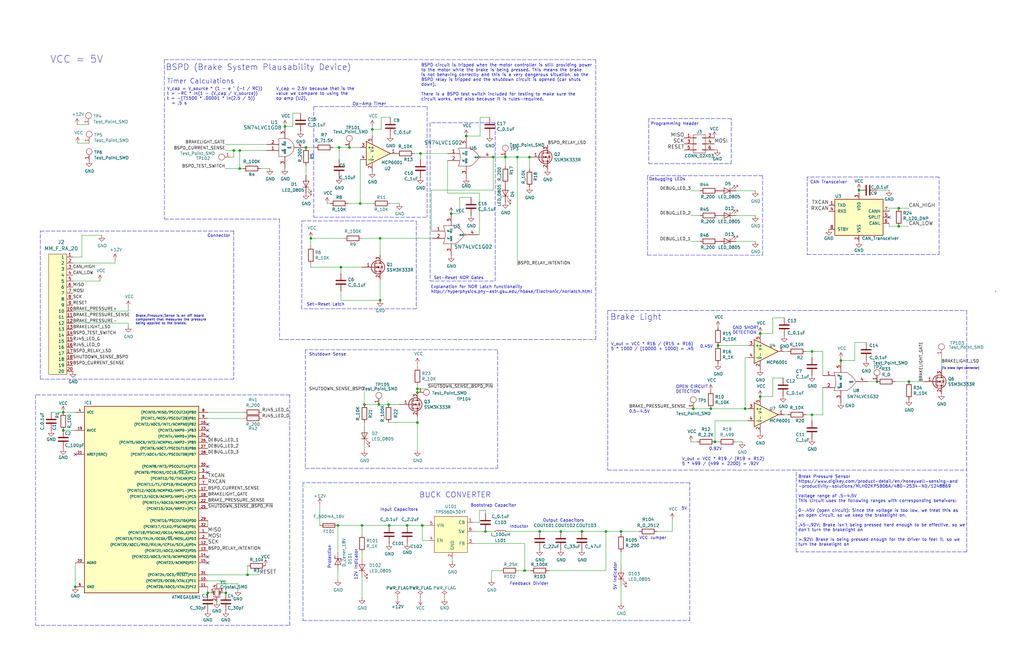
<source format=kicad_sch>
(kicad_sch (version 20211123) (generator eeschema)
  (paper "B")
  (title_block (company "Olin Electric Motorsports"))
  (junction (at 204.724 224.282))
  (junction (at 171.704 221.742))
  (junction (at 221.234 240.792))
  (junction (at 160.274 126.746))
  (junction (at 176.022 165.608))
  (junction (at 156.972 54.61))
  (junction (at 177.292 64.77))
  (junction (at 87.63 250.19))
  (junction (at 120.142 53.34))
  (junction (at 342.392 175.006))
  (junction (at 190.246 90.17))
  (junction (at 143.002 62.23))
  (junction (at 213.106 66.294))
  (junction (at 98.552 63.5))
  (junction (at 160.274 100.584))
  (junction (at 245.364 224.282))
  (junction (at 176.022 178.308))
  (junction (at 26.67 181.61))
  (junction (at 362.204 80.264))
  (junction (at 95.25 250.19))
  (junction (at 354.584 152.146))
  (junction (at 223.266 66.294))
  (junction (at 163.83 170.688))
  (junction (at 299.72 172.466))
  (junction (at 147.32 62.23))
  (junction (at 31.75 247.65))
  (junction (at 196.596 57.404))
  (junction (at 152.654 221.742))
  (junction (at 320.548 167.386))
  (junction (at 383.286 161.036))
  (junction (at 153.67 170.688))
  (junction (at 342.392 148.336))
  (junction (at 176.022 164.084))
  (junction (at 261.874 224.282))
  (junction (at 101.092 63.5))
  (junction (at 164.084 221.742))
  (junction (at 178.054 221.742))
  (junction (at 301.498 186.436))
  (junction (at 142.494 221.742))
  (junction (at 302.768 145.796))
  (junction (at 129.032 62.23))
  (junction (at 143.764 112.776))
  (junction (at 378.968 87.884))
  (junction (at 131.064 100.584))
  (junction (at 104.394 242.57))
  (junction (at 378.968 95.504))
  (junction (at 159.766 170.688))
  (junction (at 236.474 224.282))
  (junction (at 26.67 173.99))
  (junction (at 218.186 66.294))
  (junction (at 101.092 71.12))
  (junction (at 227.584 224.282))
  (junction (at 255.524 224.282))
  (junction (at 369.824 161.036))
  (junction (at 320.548 140.716))
  (junction (at 314.198 172.466))
  (junction (at 208.026 66.294))
  (junction (at 292.354 172.466))
  (junction (at 151.892 85.852))
  (no_connect (at 87.63 234.95))
  (no_connect (at 31.75 191.77))
  (no_connect (at 87.63 237.49))
  (no_connect (at 374.904 91.694))
  (no_connect (at 87.63 184.15))
  (no_connect (at 87.63 179.07))
  (no_connect (at 87.63 196.85))
  (no_connect (at 87.63 181.61))
  (no_connect (at 87.63 199.39))
  (wire (pts (xy 174.752 64.77) (xy 177.292 64.77)))
  (wire (pts (xy 342.392 175.006) (xy 342.392 177.546)))
  (polyline (pts (xy 256.286 131.064) (xy 256.286 198.374)))
  (wire (pts (xy 255.524 224.282) (xy 255.524 240.792)))
  (wire (pts (xy 277.114 224.282) (xy 283.464 224.282)))
  (wire (pts (xy 202.438 57.404) (xy 202.438 49.53)))
  (polyline (pts (xy 335.788 232.918) (xy 335.788 198.374)))
  (wire (pts (xy 31.75 237.49) (xy 31.75 247.65)))
  (wire (pts (xy 171.704 221.742) (xy 178.054 221.742)))
  (polyline (pts (xy 273.05 74.168) (xy 273.05 107.696)))
  (wire (pts (xy 109.982 71.12) (xy 113.792 71.12)))
  (wire (pts (xy 178.054 221.742) (xy 180.594 221.742)))
  (wire (pts (xy 143.764 126.746) (xy 160.274 126.746)))
  (polyline (pts (xy 321.564 107.696) (xy 321.564 74.168)))
  (wire (pts (xy 261.874 246.888) (xy 261.874 254.508)))
  (wire (pts (xy 101.092 71.12) (xy 102.362 71.12)))
  (wire (pts (xy 160.782 49.53) (xy 160.782 54.61)))
  (wire (pts (xy 152.654 100.584) (xy 160.274 100.584)))
  (wire (pts (xy 131.064 112.776) (xy 143.764 112.776)))
  (wire (pts (xy 87.63 219.71) (xy 87.63 222.25)))
  (wire (pts (xy 151.892 67.31) (xy 151.892 85.852)))
  (wire (pts (xy 342.392 175.006) (xy 346.964 175.006)))
  (wire (pts (xy 147.32 62.23) (xy 151.892 62.23)))
  (wire (pts (xy 143.002 62.23) (xy 147.32 62.23)))
  (wire (pts (xy 142.494 240.792) (xy 142.494 244.602)))
  (wire (pts (xy 143.764 112.776) (xy 143.764 115.316)))
  (wire (pts (xy 314.198 150.876) (xy 315.468 150.876)))
  (polyline (pts (xy 290.83 261.874) (xy 290.83 203.708)))
  (polyline (pts (xy 117.856 92.456) (xy 117.856 143.256)))
  (wire (pts (xy 346.964 148.336) (xy 346.964 158.496)))
  (wire (pts (xy 218.186 66.294) (xy 223.266 66.294)))
  (wire (pts (xy 160.782 49.53) (xy 164.592 49.53)))
  (wire (pts (xy 87.63 173.99) (xy 102.87 173.99)))
  (wire (pts (xy 145.034 100.584) (xy 131.064 100.584)))
  (wire (pts (xy 100.33 246.38) (xy 100.33 248.92)))
  (wire (pts (xy 143.764 112.776) (xy 152.654 112.776)))
  (wire (pts (xy 156.972 57.15) (xy 156.972 54.61)))
  (wire (pts (xy 142.494 221.742) (xy 152.654 221.742)))
  (wire (pts (xy 188.722 81.534) (xy 202.184 81.534)))
  (wire (pts (xy 314.198 172.466) (xy 315.468 172.466)))
  (wire (pts (xy 87.63 242.57) (xy 104.394 242.57)))
  (wire (pts (xy 255.524 224.282) (xy 261.874 224.282)))
  (wire (pts (xy 221.234 229.362) (xy 221.234 240.792)))
  (wire (pts (xy 30.734 108.458) (xy 34.544 108.458)))
  (wire (pts (xy 213.106 66.294) (xy 213.106 70.104)))
  (wire (pts (xy 160.274 100.584) (xy 182.372 100.584)))
  (wire (pts (xy 101.092 71.12) (xy 101.092 63.5)))
  (polyline (pts (xy 181.356 118.618) (xy 208.788 118.618)))
  (wire (pts (xy 208.026 80.264) (xy 208.026 66.294)))
  (wire (pts (xy 218.186 66.294) (xy 218.186 112.014)))
  (polyline (pts (xy 251.206 25.146) (xy 251.206 143.256)))
  (wire (pts (xy 131.064 100.584) (xy 131.064 103.886)))
  (wire (pts (xy 42.164 118.618) (xy 30.734 118.618)))
  (wire (pts (xy 325.882 134.112) (xy 330.708 134.112)))
  (polyline (pts (xy 208.788 118.618) (xy 208.788 51.816)))
  (polyline (pts (xy 175.514 93.218) (xy 175.514 130.302)))
  (wire (pts (xy 193.802 83.312) (xy 198.628 83.312)))
  (wire (pts (xy 236.474 224.282) (xy 245.364 224.282)))
  (wire (pts (xy 374.904 95.504) (xy 378.968 95.504)))
  (wire (pts (xy 129.032 69.85) (xy 129.032 73.914)))
  (wire (pts (xy 98.552 66.294) (xy 98.552 63.5)))
  (wire (pts (xy 397.002 150.114) (xy 397.002 155.956)))
  (wire (pts (xy 163.83 178.308) (xy 176.022 178.308)))
  (wire (pts (xy 366.014 161.036) (xy 369.824 161.036)))
  (wire (pts (xy 176.022 162.56) (xy 176.022 164.084)))
  (wire (pts (xy 153.67 187.706) (xy 153.67 189.992)))
  (wire (pts (xy 177.292 64.77) (xy 188.722 64.77)))
  (wire (pts (xy 34.544 99.314) (xy 42.926 99.314)))
  (wire (pts (xy 176.022 164.084) (xy 176.022 165.608)))
  (wire (pts (xy 181.864 80.264) (xy 181.864 97.536)))
  (wire (pts (xy 369.824 80.264) (xy 374.904 80.264)))
  (wire (pts (xy 325.882 159.512) (xy 330.2 159.512)))
  (wire (pts (xy 320.548 140.716) (xy 325.882 140.716)))
  (wire (pts (xy 102.87 176.53) (xy 87.63 176.53)))
  (wire (pts (xy 101.092 63.5) (xy 112.522 63.5)))
  (polyline (pts (xy 17.018 160.02) (xy 17.018 97.536)))
  (wire (pts (xy 245.364 224.282) (xy 255.524 224.282)))
  (polyline (pts (xy 132.334 44.958) (xy 180.086 44.958)))
  (polyline (pts (xy 175.514 130.302) (xy 127.254 130.302)))
  (wire (pts (xy 104.394 238.76) (xy 104.394 242.57)))
  (polyline (pts (xy 395.986 107.442) (xy 395.986 74.676)))
  (wire (pts (xy 342.392 148.336) (xy 342.392 150.876)))
  (wire (pts (xy 160.274 100.584) (xy 160.274 107.696)))
  (wire (pts (xy 140.462 62.23) (xy 143.002 62.23)))
  (wire (pts (xy 374.904 95.504) (xy 374.904 94.234)))
  (wire (pts (xy 301.498 177.546) (xy 301.498 186.436)))
  (wire (pts (xy 180.34 164.084) (xy 176.022 164.084)))
  (wire (pts (xy 330.708 175.006) (xy 332.232 175.006)))
  (polyline (pts (xy 17.018 97.536) (xy 98.552 97.536)))
  (polyline (pts (xy 128.778 147.574) (xy 128.778 197.612)))
  (wire (pts (xy 94.996 60.96) (xy 112.522 60.96)))
  (wire (pts (xy 104.394 242.57) (xy 109.474 242.57)))
  (wire (pts (xy 190.246 90.17) (xy 193.802 90.17)))
  (wire (pts (xy 269.494 224.282) (xy 261.874 224.282)))
  (wire (pts (xy 143.764 122.936) (xy 143.764 126.746)))
  (polyline (pts (xy 308.356 50.038) (xy 273.558 50.038)))
  (wire (pts (xy 374.904 87.884) (xy 378.968 87.884)))
  (wire (pts (xy 291.338 101.854) (xy 295.148 101.854)))
  (wire (pts (xy 123.444 53.34) (xy 123.444 47.752)))
  (wire (pts (xy 346.964 175.006) (xy 346.964 163.576)))
  (wire (pts (xy 95.25 245.11) (xy 95.25 250.19)))
  (polyline (pts (xy 127.762 203.708) (xy 127.762 261.874)))
  (wire (pts (xy 255.524 240.792) (xy 231.394 240.792)))
  (wire (pts (xy 196.596 57.404) (xy 202.438 57.404)))
  (polyline (pts (xy 132.334 44.958) (xy 132.334 91.694)))
  (wire (pts (xy 291.338 80.518) (xy 295.148 80.518)))
  (polyline (pts (xy 256.286 198.374) (xy 407.67 198.374)))
  (wire (pts (xy 207.264 240.792) (xy 207.264 244.602)))
  (polyline (pts (xy 308.356 69.088) (xy 308.356 50.038)))
  (wire (pts (xy 181.864 97.536) (xy 182.372 97.536)))
  (wire (pts (xy 176.022 153.67) (xy 176.022 154.94)))
  (wire (pts (xy 152.654 243.332) (xy 152.654 252.222)))
  (wire (pts (xy 199.644 224.282) (xy 204.724 224.282)))
  (wire (pts (xy 342.392 148.336) (xy 346.964 148.336)))
  (polyline (pts (xy 290.83 203.708) (xy 127.762 203.708)))
  (wire (pts (xy 181.864 80.264) (xy 208.026 80.264)))
  (polyline (pts (xy 208.788 51.816) (xy 181.356 51.816)))
  (wire (pts (xy 156.972 54.61) (xy 160.782 54.61)))
  (wire (pts (xy 142.494 221.742) (xy 142.494 233.172)))
  (wire (pts (xy 152.654 221.742) (xy 164.084 221.742)))
  (wire (pts (xy 54.102 131.318) (xy 54.102 129.54)))
  (wire (pts (xy 325.882 140.716) (xy 325.882 134.112)))
  (polyline (pts (xy 395.986 74.676) (xy 340.36 74.676)))
  (wire (pts (xy 48.514 110.998) (xy 48.514 109.728)))
  (polyline (pts (xy 127.762 261.874) (xy 290.83 261.874)))
  (wire (pts (xy 167.64 251.968) (xy 167.64 252.476)))
  (polyline (pts (xy 128.778 197.612) (xy 209.804 197.612)))
  (wire (pts (xy 283.464 219.202) (xy 283.464 224.282)))
  (wire (pts (xy 98.552 63.5) (xy 94.996 63.5)))
  (polyline (pts (xy 69.342 92.456) (xy 117.856 92.456)))
  (polyline (pts (xy 256.286 131.064) (xy 407.67 131.064)))
  (wire (pts (xy 151.892 85.852) (xy 146.812 85.852)))
  (wire (pts (xy 354.584 152.146) (xy 360.426 152.146)))
  (wire (pts (xy 190.754 235.712) (xy 190.754 236.982)))
  (wire (pts (xy 187.452 251.968) (xy 187.452 252.73)))
  (wire (pts (xy 292.354 172.466) (xy 299.72 172.466)))
  (wire (pts (xy 131.064 111.506) (xy 131.064 112.776)))
  (wire (pts (xy 261.874 232.918) (xy 261.874 239.268)))
  (wire (pts (xy 153.67 170.688) (xy 153.67 165.1)))
  (wire (pts (xy 202.184 81.534) (xy 202.184 99.06)))
  (polyline (pts (xy 69.342 25.146) (xy 251.206 25.146)))
  (polyline (pts (xy 127.254 130.302) (xy 127.254 93.218)))
  (wire (pts (xy 152.654 233.172) (xy 152.654 235.712)))
  (wire (pts (xy 293.878 186.436) (xy 291.338 186.436)))
  (wire (pts (xy 91.44 246.38) (xy 100.33 246.38)))
  (polyline (pts (xy 14.986 263.906) (xy 122.174 263.906)))
  (wire (pts (xy 176.022 178.308) (xy 176.022 175.768)))
  (wire (pts (xy 160.274 126.746) (xy 160.274 117.856)))
  (polyline (pts (xy 98.552 160.02) (xy 17.018 160.02)))
  (wire (pts (xy 151.892 85.852) (xy 156.972 85.852)))
  (wire (pts (xy 218.694 240.792) (xy 221.234 240.792)))
  (wire (pts (xy 120.142 53.34) (xy 123.444 53.34)))
  (polyline (pts (xy 273.05 107.696) (xy 321.564 107.696)))
  (wire (pts (xy 101.092 63.5) (xy 98.552 63.5)))
  (wire (pts (xy 97.282 66.294) (xy 98.552 66.294)))
  (wire (pts (xy 208.026 66.294) (xy 213.106 66.294)))
  (wire (pts (xy 301.498 177.546) (xy 315.468 177.546)))
  (wire (pts (xy 101.092 71.12) (xy 94.996 71.12)))
  (wire (pts (xy 134.874 221.742) (xy 134.874 212.852)))
  (wire (pts (xy 163.83 170.688) (xy 159.766 170.688)))
  (wire (pts (xy 153.67 178.308) (xy 153.67 180.086)))
  (wire (pts (xy 139.192 85.852) (xy 137.922 85.852)))
  (wire (pts (xy 30.734 131.318) (xy 54.102 131.318)))
  (wire (pts (xy 152.654 221.742) (xy 152.654 225.552)))
  (wire (pts (xy 227.584 224.282) (xy 236.474 224.282)))
  (wire (pts (xy 383.286 161.036) (xy 389.382 161.036)))
  (wire (pts (xy 339.852 148.336) (xy 342.392 148.336)))
  (wire (pts (xy 291.338 90.932) (xy 295.148 90.932)))
  (wire (pts (xy 202.184 220.472) (xy 202.184 215.392)))
  (wire (pts (xy 177.292 251.968) (xy 177.292 252.73)))
  (wire (pts (xy 21.59 173.99) (xy 26.67 173.99)))
  (wire (pts (xy 310.388 101.854) (xy 318.516 101.854)))
  (wire (pts (xy 26.67 173.99) (xy 31.75 173.99)))
  (polyline (pts (xy 181.356 51.816) (xy 181.356 118.618)))
  (polyline (pts (xy 69.342 25.146) (xy 69.342 92.456)))
  (wire (pts (xy 34.544 99.314) (xy 34.544 108.458)))
  (polyline (pts (xy 340.36 74.676) (xy 340.36 107.442)))
  (wire (pts (xy 360.426 144.526) (xy 365.252 144.526)))
  (wire (pts (xy 199.644 220.472) (xy 202.184 220.472)))
  (wire (pts (xy 261.874 224.282) (xy 261.874 225.298)))
  (polyline (pts (xy 407.67 131.064) (xy 407.67 232.918)))
  (wire (pts (xy 87.63 250.19) (xy 88.9 250.19)))
  (wire (pts (xy 32.512 52.578) (xy 37.338 52.578)))
  (wire (pts (xy 164.084 221.742) (xy 171.704 221.742)))
  (wire (pts (xy 202.438 49.53) (xy 206.502 49.53)))
  (wire (pts (xy 221.234 240.792) (xy 223.774 240.792)))
  (polyline (pts (xy 407.67 232.918) (xy 335.788 232.918)))
  (wire (pts (xy 377.444 161.036) (xy 383.286 161.036)))
  (wire (pts (xy 30.734 136.398) (xy 54.102 136.398)))
  (wire (pts (xy 378.968 95.504) (xy 383.159 95.504)))
  (wire (pts (xy 156.972 54.61) (xy 156.972 53.34)))
  (wire (pts (xy 201.676 99.06) (xy 202.184 99.06)))
  (wire (pts (xy 204.724 215.392) (xy 204.724 216.662)))
  (wire (pts (xy 354.584 151.384) (xy 354.584 152.146)))
  (polyline (pts (xy 340.36 107.442) (xy 395.986 107.442)))
  (wire (pts (xy 223.266 66.294) (xy 223.266 71.374)))
  (wire (pts (xy 199.644 229.362) (xy 221.234 229.362)))
  (wire (pts (xy 302.768 145.796) (xy 315.468 145.796)))
  (wire (pts (xy 289.306 172.466) (xy 292.354 172.466)))
  (wire (pts (xy 301.244 63.246) (xy 302.514 63.246)))
  (wire (pts (xy 193.802 90.17) (xy 193.802 83.312)))
  (wire (pts (xy 95.25 250.19) (xy 93.98 250.19)))
  (polyline (pts (xy 273.558 69.088) (xy 308.356 69.088)))
  (wire (pts (xy 320.548 167.386) (xy 325.882 167.386)))
  (polyline (pts (xy 117.856 143.256) (xy 251.206 143.256)))
  (polyline (pts (xy 14.986 166.624) (xy 14.986 263.906)))
  (polyline (pts (xy 132.334 91.694) (xy 180.086 91.694)))
  (polyline (pts (xy 321.564 74.168) (xy 273.05 74.168)))
  (wire (pts (xy 213.614 224.282) (xy 227.584 224.282)))
  (polyline (pts (xy 209.804 147.574) (xy 128.778 147.574)))
  (wire (pts (xy 54.102 136.398) (xy 54.102 137.668)))
  (wire (pts (xy 360.426 152.146) (xy 360.426 144.526)))
  (wire (pts (xy 202.184 215.392) (xy 204.724 215.392)))
  (wire (pts (xy 314.198 172.466) (xy 314.198 150.876)))
  (wire (pts (xy 159.766 170.688) (xy 153.67 170.688)))
  (wire (pts (xy 310.388 90.932) (xy 318.516 90.932)))
  (wire (pts (xy 310.388 80.518) (xy 318.516 80.518)))
  (wire (pts (xy 299.72 172.466) (xy 314.198 172.466)))
  (wire (pts (xy 168.402 170.688) (xy 163.83 170.688)))
  (polyline (pts (xy 180.086 44.958) (xy 180.086 91.694)))
  (wire (pts (xy 378.968 87.884) (xy 383.159 87.884)))
  (wire (pts (xy 374.904 87.884) (xy 374.904 89.154)))
  (wire (pts (xy 178.054 228.092) (xy 178.054 221.742)))
  (wire (pts (xy 213.106 66.294) (xy 218.186 66.294)))
  (polyline (pts (xy 419.862 122.682) (xy 419.862 123.19)))
  (wire (pts (xy 330.708 148.336) (xy 332.232 148.336)))
  (wire (pts (xy 176.022 189.992) (xy 176.022 178.308)))
  (polyline (pts (xy 122.174 263.906) (xy 122.174 166.624)))
  (wire (pts (xy 204.724 224.282) (xy 208.534 224.282)))
  (wire (pts (xy 87.63 247.65) (xy 87.63 250.19)))
  (polyline (pts (xy 273.558 50.038) (xy 273.558 69.088)))
  (wire (pts (xy 188.722 67.818) (xy 188.722 81.534)))
  (polyline (pts (xy 122.174 166.624) (xy 14.986 166.624)))
  (wire (pts (xy 164.592 85.852) (xy 168.402 85.852)))
  (wire (pts (xy 123.444 47.752) (xy 126.746 47.752)))
  (wire (pts (xy 180.594 228.092) (xy 178.054 228.092)))
  (wire (pts (xy 177.292 64.77) (xy 177.292 67.31)))
  (wire (pts (xy 211.074 240.792) (xy 207.264 240.792)))
  (wire (pts (xy 301.498 186.436) (xy 302.768 186.436)))
  (wire (pts (xy 362.204 80.264) (xy 362.204 81.534)))
  (wire (pts (xy 132.842 62.23) (xy 129.032 62.23)))
  (wire (pts (xy 87.63 245.11) (xy 95.25 245.11)))
  (wire (pts (xy 143.002 62.23) (xy 143.002 67.31)))
  (wire (pts (xy 31.75 181.61) (xy 26.67 181.61)))
  (polyline (pts (xy 209.804 197.612) (xy 209.804 147.574)))
  (wire (pts (xy 310.388 186.436) (xy 312.928 186.436)))
  (polyline (pts (xy 127.254 93.218) (xy 175.514 93.218)))
  (wire (pts (xy 325.882 167.386) (xy 325.882 159.512)))
  (wire (pts (xy 32.766 60.452) (xy 37.592 60.452)))
  (wire (pts (xy 339.852 175.006) (xy 342.392 175.006)))
  (polyline (pts (xy 98.552 97.536) (xy 98.552 160.02)))
  (wire (pts (xy 30.734 110.998) (xy 48.514 110.998)))
  (text "Set-Reset NOR Gates\n" (at 182.88 118.11 0) (effects (font (size 1.27 1.27)) (justify left bottom)))
  (text "5V Indicator" (at 260.096 249.174 90) (effects (font (size 1.27 1.27)) (justify left bottom)))
  (text "V_cap = V_source * (1 - e ^ (-t / RC))\nt = -RC * ln(1 - (V_cap / V_source))\nt = -(71500 * .00001 * ln(2.5 / 5))\n  = .5 s" (at 70.358 44.45 0) (effects (font (size 1.27 1.27)) (justify left bottom)))
  (text "0.5-4.5V" (at 265.176 174.498 0) (effects (font (size 1.27 1.27)) (justify left bottom)))
  (text "V_cap = 2.5V because that is the \nvalue we compare to using the\nop amp (U2)." (at 116.332 42.418 0) (effects (font (size 1.27 1.27)) (justify left bottom)))
  (text "Brake_Pressure_Sense is an off board\ncomponent that measures the pressure\nbeing applied to the brakes. " (at 57.15 137.16 0) (effects (font (size 0.9906 0.9906)) (justify left bottom)))
  (text "Shutdown Sense" (at 130.302 150.368 0) (effects (font (size 1.27 1.27)) (justify left bottom)))
  (text "Debugging LEDs" (at 273.558 76.454 0) (effects (font (size 1.27 1.27)) (justify left bottom)))
  (text "Brake Light\n" (at 257.302 135.382 0) (effects (font (size 2.4892 2.4892)) (justify left bottom)))
  (text "Connector" (at 87.376 100.33 0) (effects (font (size 1.27 1.27)) (justify left bottom)))
  (text "Timer Calculations" (at 70.358 35.56 0) (effects (font (size 2.0066 2.0066)) (justify left bottom)))
  (text "Feedback Divider\n" (at 214.884 247.142 0) (effects (font (size 1.27 1.27)) (justify left bottom)))
  (text "BSPD (Brake System Plausability Device)" (at 69.85 29.972 0) (effects (font (size 2.4892 2.4892)) (justify left bottom)))
  (text "Break Pressure Sensor\nhttps://www.digikey.com/product-detail/en/honeywell-sensing-and\n-productivity-solutions/MLH02KPSB06A/480-2534-ND/1248869\n\nVoltage range of .5-4.5V\nThis circuit uses the following ranges with corresponding behaivors:\n\n0-.45V (open circuit): Since the voltage is too low, we treat this as \nan open circuit, so we keep the brakelight on.\n\n.45-.92V: Brake isn't being pressed hard enough to be effective, so we\ndon't turn the brakelight on\n\n>.92V: Brake is being pressed enough for the driver to feel it, so we\nturn the brakelight on" (at 336.55 230.632 0) (effects (font (size 1.27 1.27)) (justify left bottom)))
  (text "Explanation for NOR Latch functionality\nhttp://hyperphysics.phy-astr.gsu.edu/hbase/Electronic/norlatch.html" (at 181.61 123.952 0) (effects (font (size 1.27 1.27)) (justify left bottom)))
  (text "0.45V" (at 295.148 147.066 0) (effects (font (size 1.27 1.27)) (justify left bottom)))
  (text "V_out = VCC * R19 / (R19 + R12)\n5 * 499 / (499 + 2200) = .92V" (at 287.528 196.596 0) (effects (font (size 1.27 1.27)) (justify left bottom)))
  (text "Op-Amp Timer\n" (at 148.59 44.704 0) (effects (font (size 1.27 1.27)) (justify left bottom)))
  (text "Inductor\n" (at 214.884 223.012 0) (effects (font (size 1.27 1.27)) (justify left bottom)))
  (text "CAN Transceiver" (at 341.63 77.724 0) (effects (font (size 1.27 1.27)) (justify left bottom)))
  (text "Set-Reset Latch\n" (at 129.286 129.286 0) (effects (font (size 1.27 1.27)) (justify left bottom)))
  (text "Output Capacitors\n" (at 228.854 220.472 0) (effects (font (size 1.27 1.27)) (justify left bottom)))
  (text "(To brake light connector)\n" (at 397.002 155.956 0) (effects (font (size 0.7874 0.7874)) (justify left bottom)))
  (text "VCC Jumper\n" (at 269.494 227.838 0) (effects (font (size 1.27 1.27)) (justify left bottom)))
  (text "Protection\n" (at 139.7 240.03 90) (effects (font (size 1.27 1.27)) (justify left bottom)))
  (text "Programming Header" (at 274.32 53.086 0) (effects (font (size 1.27 1.27)) (justify left bottom)))
  (text "GND SHORT\nDETECTION" (at 308.864 141.224 0) (effects (font (size 1.27 1.27)) (justify left bottom)))
  (text "OPEN CIRCUIT\nDETECTION" (at 284.988 166.116 0) (effects (font (size 1.27 1.27)) (justify left bottom)))
  (text "5V" (at 287.274 215.392 0) (effects (font (size 1.27 1.27)) (justify left bottom)))
  (text "BSPD circuit is tripped when the motor controller is still providing power \nto the motor while the brake is being pressed. This means the brake \nis not behaving correctly and this is a very dangerous situation, so the\nBSPD relay is tripped and the shutdown circuit is opened (car shuts \ndown).\n\nThere is a BSPD test switch included for testing to make sure the\ncircuit works, and also because it is rules-required." (at 177.546 42.672 0) (effects (font (size 1.27 1.27)) (justify left bottom)))
  (text "Input Capacitors\n\n" (at 160.274 217.932 0) (effects (font (size 1.27 1.27)) (justify left bottom)))
  (text "0.92V" (at 298.958 190.246 0) (effects (font (size 1.27 1.27)) (justify left bottom)))
  (text "BUCK CONVERTER\n" (at 176.784 210.312 0) (effects (font (size 2.2606 2.2606)) (justify left bottom)))
  (text "12V Indicator" (at 150.876 244.856 90) (effects (font (size 1.27 1.27)) (justify left bottom)))
  (text "V_out = VCC * R16 / (R15 + R16)\n5 * 1000 / (10000 + 1000) = .45" (at 257.556 148.082 0) (effects (font (size 1.27 1.27)) (justify left bottom)))
  (text "VCC = 5V" (at 21.082 26.924 0) (effects (font (size 2.9972 2.9972)) (justify left bottom)))
  (text "Bootstrap Capacitor\n" (at 198.374 214.122 0) (effects (font (size 1.27 1.27)) (justify left bottom)))
  (label "BSPD_TEST_SWITCH" (at 30.734 141.478 0))
  (label "DEBUG_LED_1" (at 87.63 186.69 0))
  (label "MISO" (at 30.734 121.158 0))
  (label "DEBUG_LED_3" (at 87.63 191.77 0))
  (label "RJ45_LED_G" (at 110.49 173.99 0))
  (label "BSPD_CURRENT_SENSE" (at 87.63 207.01 0))
  (label "RJ45_LED_O" (at 30.734 146.558 0))
  (label "BRAKELIGHT_GATE" (at 389.382 161.036 90))
  (label "~{SHUTDOWN_SENSE_BSPD_PIN}" (at 87.63 214.63 0))
  (label "RXCAN" (at 87.63 204.47 0) (effects (font (size 1.524 1.524))))
  (label "BSPD_CURRENT_SENSE" (at 94.996 63.5 180))
  (label "BRAKELIGHT_GATE" (at 87.63 209.55 0))
  (label "SCK" (at 30.734 126.238 0))
  (label "BRAKE_PRESSURE+" (at 30.734 131.318 0))
  (label "RESET" (at 109.474 242.57 0) (effects (font (size 1.524 1.524))))
  (label "BSPD_TEST_SWITCH" (at 94.996 71.12 180))
  (label "BRAKE_PRESSURE_SENSE" (at 289.306 172.466 180))
  (label "RJ45_LED_O" (at 110.49 176.53 0))
  (label "BRAKE_PRESSURE_SENSE" (at 87.63 212.09 0))
  (label "BRAKELIGHT_GATE" (at 94.996 60.96 180))
  (label "DEBUG_LED_2" (at 87.63 189.23 0))
  (label "RESET" (at 30.734 128.778 0))
  (label "DEBUG_LED_2" (at 291.338 90.932 180))
  (label "CAN_HIGH" (at 383.159 87.884 0) (effects (font (size 1.524 1.524))))
  (label "CAN_LOW" (at 383.159 95.504 0) (effects (font (size 1.524 1.524))))
  (label "CAN_LOW" (at 30.734 116.078 0))
  (label "BRAKE_PRESSURE_SENSE" (at 30.734 133.858 0))
  (label "BRAKELIGHT_LSD" (at 30.734 138.938 0))
  (label "MISO" (at 87.63 224.79 0) (effects (font (size 1.524 1.524))))
  (label "CAN_HIGH" (at 30.734 113.538 0))
  (label "RESET" (at 288.544 63.246 180) (effects (font (size 1.524 1.524))))
  (label "BRAKE_PRESSURE-" (at 30.734 136.398 0))
  (label "MOSI" (at 87.63 227.33 0) (effects (font (size 1.524 1.524))))
  (label "RXCAN" (at 349.504 89.154 180) (effects (font (size 1.524 1.524))))
  (label "~{SHUTDOWN_SENSE_BSPD_PIN}" (at 180.34 164.084 0))
  (label "MOSI" (at 301.244 60.706 0) (effects (font (size 1.524 1.524))))
  (label "TXCAN" (at 349.504 86.614 180) (effects (font (size 1.524 1.524))))
  (label "BSPD_RELAY_LSD" (at 230.886 61.214 0))
  (label "BSPD_RELAY_INTENTION" (at 218.186 112.014 0))
  (label "RJ45_LED_G" (at 30.734 144.018 0))
  (label "MISO" (at 288.544 58.166 180) (effects (font (size 1.524 1.524))))
  (label "SHUTDOWN_SENSE_BSPD" (at 30.734 151.638 0))
  (label "DEBUG_LED_3" (at 291.338 80.518 180))
  (label "SCK" (at 87.63 229.87 0) (effects (font (size 1.524 1.524))))
  (label "MOSI" (at 30.734 123.698 0))
  (label "DEBUG_LED_1" (at 291.338 101.854 180))
  (label "SHUTDOWN_SENSE_BSPD" (at 153.67 165.1 180))
  (label "SCK" (at 288.544 60.706 180) (effects (font (size 1.524 1.524))))
  (label "BSPD_CURRENT_SENSE" (at 30.734 154.178 0))
  (label "BSPD_RELAY_LSD" (at 30.734 149.098 0))
  (label "BSPD_RELAY_INTENTION" (at 87.63 232.41 0))
  (label "TXCAN" (at 87.63 201.93 0) (effects (font (size 1.524 1.524))))
  (label "BRAKELIGHT_LSD" (at 397.002 153.416 0))
  (symbol (lib_id "power:GND") (at 349.504 96.774 0) (unit 1)
    (property "Reference" "#PWR?" (effects hide))
    (property "Value" "GND" (at 349.504 100.584 0))
  )
  (symbol (lib_id "power:GND") (at 362.204 101.854 0) (unit 1)
    (property "Reference" "#PWR?" (effects hide))
    (property "Value" "GND" (at 362.204 105.664 0))
  )
  (symbol (lib_id "power:PWR_FLAG") (at 177.292 251.968 0) (unit 1)
    (property "Reference" "#FLG?" (effects hide))
    (property "Value" "PWR_FLAG" (at 177.292 248.158 0))
  )
  (symbol (lib_id "power:+12V") (at 167.64 252.476 180) (unit 1)
    (property "Reference" "#PWR?" (effects hide))
    (property "Value" "+12V" (at 167.64 256.032 0))
  )
  (symbol (lib_id "power:GND") (at 187.452 252.73 0) (unit 1)
    (property "Reference" "#PWR?" (effects hide))
    (property "Value" "GND" (at 187.452 256.54 0))
  )
  (symbol (lib_id "power:VCC") (at 301.244 58.166 0) (unit 1)
    (property "Reference" "#PWR?" (effects hide))
    (property "Value" "VCC" (at 301.244 54.356 0))
  )
  (symbol (lib_id "formula:MM_F_RA_20") (at 26.924 136.398 0) (unit 1)
    (property "Reference" "J2" (at 25.8064 102.1842 0) (effects (font (size 1.524 1.524))))
    (property "Value" "MM_F_RA_20" (at 25.8064 104.8766 0) (effects (font (size 1.524 1.524))))
    (property "Footprint" "footprints:micromatch_female_ra_20" (effects hide))
    (property "Datasheet" "http://www.te.com/commerce/DocumentDelivery/DDEController?Action=srchrtrv&DocNm=338070&DocType=Customer+Drawing&DocLang=English&DocFormat=pdf&PartCntxt=2-338070-0" (effects hide))
    (property "MFN" "TE" (effects hide))
    (property "MPN" "2-338070-0" (effects hide))
    (property "PurchasingLink" "http://www.te.com/usa-en/product-2-338070-0.html" (effects hide))
  )
  (symbol (lib_id "formula:R_100") (at 26.67 177.8 0) (unit 1)
    (property "Reference" "R1" (at 24.13 175.26 90))
    (property "Value" "R_100" (at 29.21 177.8 90))
    (property "Footprint" "footprints:R_0805_OEM" (effects hide))
    (property "Datasheet" "https://www.seielect.com/Catalog/SEI-rncp.pdf" (effects hide))
    (property "MFN" "DK" (effects hide))
    (property "MPN" "RNCP0805FTD100RCT-ND" (effects hide))
    (property "Package" "Value" (effects hide))
    (property "PurchasingLink" "https://www.digikey.com/products/en?keywords=RNCP0805FTD100RCT-ND" (effects hide))
  )
  (symbol (lib_id "formula:C_0.1uF") (at 21.59 177.8 0) (unit 1)
    (property "Reference" "C1" (at 22.86 181.61 90) (effects (justify left)))
    (property "Value" "C_0.1uF" (at 17.78 181.61 90) (effects (justify left)))
    (property "Footprint" "footprints:C_0805_OEM" (effects hide))
    (property "Datasheet" "http://datasheets.avx.com/X7RDielectric.pdf" (effects hide))
    (property "MPN" "478-3352-1-ND" (effects hide))
    (property "MFN" "DK" (effects hide))
    (property "Package" "Value" (effects hide))
    (property "PurchasingLink" "https://www.digikey.com/products/en?keywords=478-3352-1-ND" (effects hide))
  )
  (symbol (lib_id "formula:C_100pF") (at 26.67 185.42 0) (unit 1)
    (property "Reference" "C2" (at 27.305 182.88 0) (effects (justify left)))
    (property "Value" "C_100pF" (at 27.305 187.96 0) (effects (justify left)))
    (property "Footprint" "footprints:C_0805_OEM" (effects hide))
    (property "Datasheet" "https://katalog.we-online.de/pbs/datasheet/885012007057.pdf" (effects hide))
    (property "MPN" "732-7852-1-ND" (effects hide))
    (property "MFN" "DK" (effects hide))
    (property "Package" "Value" (effects hide))
    (property "PurchasingLink" "https://www.digikey.com/product-detail/en/wurth-electronics-inc/885012007057/732-7852-1-ND/5454479" (effects hide))
  )
  (symbol (lib_id "formula:C_30pF") (at 95.25 254 0) (unit 1)
    (property "Reference" "C4" (at 95.885 251.46 0) (effects (justify left)))
    (property "Value" "C_30pF" (at 95.885 256.54 0) (effects (justify left)))
    (property "Footprint" "footprints:C_0805_OEM" (effects hide))
    (property "Datasheet" "https://media.digikey.com/pdf/Data%20Sheets/Samsung%20PDFs/CL_Series_MLCC_ds.pdf" (effects hide))
    (property "MPN" "1276-1130-1-ND" (effects hide))
    (property "MFN" "DK" (effects hide))
    (property "Package" "Value" (effects hide))
    (property "PurchasingLink" "https://www.digikey.com/product-detail/en/samsung-electro-mechanics-america-inc/CL21C300JBANNNC/1276-1130-1-ND/3889216" (effects hide))
  )
  (symbol (lib_id "formula:C_30pF") (at 87.63 254 0) (unit 1)
    (property "Reference" "C3" (at 85.09 251.46 0) (effects (justify left)))
    (property "Value" "C_30pF" (at 80.01 256.54 0) (effects (justify left)))
    (property "Footprint" "footprints:C_0805_OEM" (effects hide))
    (property "Datasheet" "https://media.digikey.com/pdf/Data%20Sheets/Samsung%20PDFs/CL_Series_MLCC_ds.pdf" (effects hide))
    (property "MPN" "1276-1130-1-ND" (effects hide))
    (property "MFN" "DK" (effects hide))
    (property "Package" "Value" (effects hide))
    (property "PurchasingLink" "https://www.digikey.com/product-detail/en/samsung-electro-mechanics-america-inc/CL21C300JBANNNC/1276-1130-1-ND/3889216" (effects hide))
  )
  (symbol (lib_id "power:GND") (at 31.75 247.65 0) (unit 1)
    (property "Reference" "#PWR?" (effects hide))
    (property "Value" "GND" (at 31.75 251.46 0))
  )
  (symbol (lib_id "power:GND") (at 26.67 189.23 0) (unit 1)
    (property "Reference" "#PWR?" (effects hide))
    (property "Value" "GND" (at 26.67 193.04 0))
  )
  (symbol (lib_id "power:GND") (at 21.59 181.61 0) (unit 1)
    (property "Reference" "#PWR?" (effects hide))
    (property "Value" "GND" (at 21.59 185.42 0))
  )
  (symbol (lib_id "formula:R_10K") (at 108.204 238.76 270) (unit 1)
    (property "Reference" "R3" (at 108.204 240.792 90))
    (property "Value" "R_10k" (at 108.204 236.22 90))
    (property "Footprint" "footprints:R_0805_OEM" (effects hide))
    (property "Datasheet" "http://www.bourns.com/data/global/pdfs/CRS.pdf" (effects hide))
    (property "MPN" "CRS0805-FX-1002ELFCT-ND" (effects hide))
    (property "MFN" "DK" (effects hide))
    (property "Package" "Value" (effects hide))
    (property "PurchasingLink" "https://www.digikey.com/products/en?keywords=CRS0805-FX-1002ELFCT-ND" (effects hide))
  )
  (symbol (lib_id "power:VCC") (at 26.67 173.99 0) (unit 1)
    (property "Reference" "#PWR?" (effects hide))
    (property "Value" "VCC" (at 26.67 170.18 0))
  )
  (symbol (lib_id "power:GND") (at 91.44 254 0) (unit 1)
    (property "Reference" "#PWR?" (effects hide))
    (property "Value" "GND" (at 91.44 257.81 0))
  )
  (symbol (lib_id "power:GND") (at 87.63 257.81 0) (unit 1)
    (property "Reference" "#PWR?" (effects hide))
    (property "Value" "GND" (at 87.63 261.62 0))
  )
  (symbol (lib_id "power:GND") (at 95.25 257.81 0) (unit 1)
    (property "Reference" "#PWR?" (effects hide))
    (property "Value" "GND" (at 95.25 261.62 0))
  )
  (symbol (lib_id "power:GND") (at 100.33 248.92 0) (unit 1)
    (property "Reference" "#PWR?" (effects hide))
    (property "Value" "GND" (at 100.33 252.73 0))
  )
  (symbol (lib_id "power:VCC") (at 112.014 238.76 0) (unit 1)
    (property "Reference" "#PWR?" (effects hide))
    (property "Value" "VCC" (at 112.014 234.95 0))
  )
  (symbol (lib_id "formula:ATMEGA16M1") (at 59.69 217.17 0) (unit 1)
    (property "Reference" "IC1" (at 35.56 170.688 0) (effects (justify left bottom)))
    (property "Value" "ATMEGA16M1" (at 72.39 252.73 0) (effects (justify left bottom)))
    (property "Footprint" "footprints:TQFP-32_7x7mm_Pitch0.8mm" (effects hide))
    (property "Datasheet" "http://ww1.microchip.com/downloads/en/DeviceDoc/Atmel-8209-8-bit%20AVR%20ATmega16M1-32M1-64M1_Datasheet.pdf" (effects hide))
    (property "MPN" "ATMEGA16M1-AU-ND" (effects hide))
    (property "MFN" "DK" (effects hide))
    (property "Package" "Value" (effects hide))
    (property "PurchasingLink" "https://www.digikey.com/product-detail/en/atmel/ATMEGA16M1-AU/ATMEGA16M1-AU-ND/2271208" (effects hide))
  )
  (symbol (lib_id "formula:Crystal_SMD") (at 91.44 250.19 0) (unit 1)
    (property "Reference" "Y1" (at 92.71 245.745 0) (effects (justify left)))
    (property "Value" "Crystal_SMD" (at 92.71 247.65 0) (effects (justify left)))
    (property "Footprint" "footprints:Crystal_SMD_FA238" (effects hide))
    (property "Datasheet" "http://www.txccorp.com/download/products/quartz_crystals/2015TXC_7M_17.pdf" (effects hide))
    (property "MFN" "DK" (effects hide))
    (property "MPN" "887-1125-1-ND" (effects hide))
    (property "Package" "Value" (effects hide))
    (property "PurchasingLink" "https://www.digikey.com/product-detail/en/txc-corporation/7M-16.000MAAJ-T/887-1125-1-ND/2119014" (effects hide))
  )
  (symbol (lib_id "formula:MCP6001") (at 323.088 175.006 0) (unit 1)
    (property "Reference" "U7" (at 324.358 172.466 0) (effects (justify left)))
    (property "Value" "MCP6001" (at 324.358 177.546 0) (effects (justify left)))
    (property "Footprint" "Package_TO_SOT_SMD:SOT-23-5" (effects hide))
    (property "Datasheet" "http://ww1.microchip.com/downloads/en/DeviceDoc/21733j.pdf" (effects hide))
    (property "MFN" "DK" (effects hide))
    (property "MPN" "MCP6001T-I/OTCT-ND" (effects hide))
    (property "PurchasingLink" "https://www.digikey.com/product-detail/en/microchip-technology/MCP6001T-I-OT/MCP6001T-I-OTCT-ND/697158" (effects hide))
  )
  (symbol (lib_id "power:GND") (at 354.584 169.926 0) (unit 1)
    (property "Reference" "#PWR?" (effects hide))
    (property "Value" "GND" (at 358.394 171.196 0))
  )
  (symbol (lib_id "power:GND") (at 312.928 186.436 0) (unit 1)
    (property "Reference" "#PWR?" (effects hide))
    (property "Value" "GND" (at 313.055 190.8302 0))
  )
  (symbol (lib_id "power:GND") (at 42.926 99.314 0) (unit 1)
    (property "Reference" "#PWR?" (effects hide))
    (property "Value" "GND" (at 43.053 103.7082 0))
  )
  (symbol (lib_id "power:+12V") (at 48.514 109.728 0) (unit 1)
    (property "Reference" "#PWR?" (effects hide))
    (property "Value" "+12V" (at 48.895 105.3338 0))
  )
  (symbol (lib_id "formula:R_0") (at 373.634 161.036 270) (unit 1)
    (property "Reference" "R33" (at 373.634 155.7782 90))
    (property "Value" "R_0" (at 373.634 158.0896 90))
    (property "Footprint" "footprints:R_0603_1608Metric" (effects hide))
    (property "Datasheet" "http://industrial.panasonic.com/www-cgi/jvcr13pz.cgi?E+PZ+3+AOA0001+ERJ3GEY0R00V+7+WW" (effects hide))
    (property "MFN" "DK" (effects hide))
    (property "MPN" "P0.0GCT-ND" (effects hide))
    (property "PurchasingLink" "https://www.digikey.com/product-detail/en/panasonic-electronic-components/ERJ-3GEY0R00V/P0.0GCT-ND/134711" (effects hide))
  )
  (symbol (lib_id "formula:R_10K") (at 383.286 164.846 0) (unit 1)
    (property "Reference" "R34" (at 385.064 163.6776 0) (effects (justify left)))
    (property "Value" "R_10K" (at 385.064 165.989 0) (effects (justify left)))
    (property "Footprint" "footprints:R_0805_OEM" (effects hide))
    (property "Datasheet" "http://www.bourns.com/data/global/pdfs/CRS.pdf" (effects hide))
    (property "MFN" "DK" (effects hide))
    (property "MPN" "CRS0805-FX-1002ELFCT-ND" (effects hide))
    (property "PurchasingLink" "https://www.digikey.com/products/en?keywords=CRS0805-FX-1002ELFCT-ND" (effects hide))
  )
  (symbol (lib_id "power:GND") (at 383.286 168.656 0) (unit 1)
    (property "Reference" "#PWR?" (effects hide))
    (property "Value" "GND" (at 383.413 173.0502 0))
  )
  (symbol (lib_id "formula:R_100K") (at 106.172 71.12 270) (unit 1)
    (property "Reference" "R4" (at 106.172 73.66 90))
    (property "Value" "R_100K" (at 106.172 68.1736 90))
    (property "Footprint" "footprints:R_0805_OEM" (effects hide))
    (property "Datasheet" "https://industrial.panasonic.com/cdbs/www-data/pdf/RDA0000/AOA0000C304.pdf" (effects hide))
    (property "MFN" "DK" (effects hide))
    (property "MPN" "P100KCCT-ND" (effects hide))
    (property "PurchasingLink" "https://www.digikey.com/product-detail/en/panasonic-electronic-components/ERJ-6ENF1003V/P100KCCT-ND/119551" (effects hide))
  )
  (symbol (lib_id "power:GND") (at 113.792 71.12 0) (unit 1)
    (property "Reference" "#PWR?" (effects hide))
    (property "Value" "GND" (at 113.919 75.5142 0))
  )
  (symbol (lib_id "formula:C_0.1uF") (at 366.014 80.264 90) (unit 1)
    (property "Reference" "C9" (at 369.824 81.534 90) (effects (justify left)))
    (property "Value" "C_0.1uF" (at 374.904 78.994 90) (effects (justify left)))
    (property "Footprint" "footprints:C_0805_OEM" (effects hide))
    (property "Datasheet" "http://datasheets.avx.com/X7RDielectric.pdf" (effects hide))
    (property "MPN" "478-3352-1-ND" (effects hide))
    (property "MFN" "DK" (effects hide))
    (property "Package" "Value" (effects hide))
    (property "PurchasingLink" "https://www.digikey.com/products/en?keywords=478-3352-1-ND" (effects hide))
  )
  (symbol (lib_id "power:GND") (at 374.904 80.264 0) (unit 1)
    (property "Reference" "#PWR?" (effects hide))
    (property "Value" "GND" (at 374.904 84.074 0))
  )
  (symbol (lib_id "power:VCC") (at 177.292 252.73 180) (unit 1)
    (property "Reference" "#PWR?" (effects hide))
    (property "Value" "VCC" (at 177.292 256.54 0))
  )
  (symbol (lib_id "power:VCC") (at 362.204 80.264 0) (unit 1)
    (property "Reference" "#PWR?" (effects hide))
    (property "Value" "VCC" (at 362.204 76.454 0))
  )
  (symbol (lib_id "power:PWR_FLAG") (at 167.64 251.968 0) (unit 1)
    (property "Reference" "#FLG?" (effects hide))
    (property "Value" "PWR_FLAG" (at 167.64 248.158 0))
  )
  (symbol (lib_id "power:GND") (at 302.514 63.246 0) (unit 1)
    (property "Reference" "#PWR?" (effects hide))
    (property "Value" "GND" (at 302.514 67.056 0))
  )
  (symbol (lib_id "formula:CONN_02X03") (at 294.894 60.706 0) (unit 1)
    (property "Reference" "J3" (at 294.894 55.626 0))
    (property "Value" "CONN_02X03" (at 294.894 65.786 0))
    (property "Footprint" "footprints:Pin_Header_Straight_2x03" (effects hide))
    (property "Datasheet" "http://portal.fciconnect.com/Comergent//fci/drawing/67996.pdf" (effects hide))
    (property "MFN" "DK" (effects hide))
    (property "MPN" "609-3234-ND" (effects hide))
    (property "Package" "Value" (effects hide))
    (property "PurchasingLink" "https://www.digikey.com/product-detail/en/amphenol-fci/67997-206HLF/609-3234-ND/1878491" (effects hide))
  )
  (symbol (lib_id "formula:MCP2561-E_SN") (at 362.204 91.694 0) (unit 1)
    (property "Reference" "U3" (at 352.044 82.804 0) (effects (justify left)))
    (property "Value" "CAN_Transceiver" (at 363.474 100.584 0) (effects (justify left)))
    (property "Footprint" "footprints:SOIC-8_3.9x4.9mm_Pitch1.27mm_OEM" (effects hide))
    (property "Datasheet" "http://www.microchip.com/mymicrochip/filehandler.aspx?ddocname=en561044" (effects hide))
    (property "MFN" "DK" (effects hide))
    (property "MPN" "MCP2561-E/SN-ND" (effects hide))
    (property "Package" "Value" (effects hide))
    (property "PurchasingLink" "https://www.digikey.com/products/en?keywords=mcp2561-e%2Fsn" (effects hide))
  )
  (symbol (lib_id "formula:SSM3K333R") (at 394.462 161.036 0) (unit 1)
    (property "Reference" "Q6" (at 399.6944 159.8676 0) (effects (justify left)))
    (property "Value" "SSM3K333R" (at 399.6944 162.179 0) (effects (justify left)))
    (property "Footprint" "footprints:SOT-23F" (effects hide))
    (property "Datasheet" "https://drive.google.com/drive/folders/0B-V-iZf33Y4GNzhDQTJZanJRbVk" (effects hide))
    (property "MFN" "DK" (effects hide))
    (property "MPN" "SSM3K333RLFCT-ND" (effects hide))
    (property "PurchasingLink" "https://www.digikey.com/product-detail/en/toshiba-semiconductor-and-storage/SSM3K333RLF/SSM3K333RLFCT-ND/3522391" (effects hide))
  )
  (symbol (lib_id "power:GND") (at 397.002 166.116 0) (unit 1)
    (property "Reference" "#PWR?" (effects hide))
    (property "Value" "GND" (at 397.129 170.5102 0))
  )
  (symbol (lib_id "formula:SN74LVC1G08DBVR") (at 120.142 62.23 0) (unit 1)
    (property "Reference" "U1" (at 114.046 51.562 0) (effects (font (size 1.524 1.524)) (justify left)))
    (property "Value" "SN74LVC1G08" (at 102.616 53.848 0) (effects (font (size 1.524 1.524)) (justify left)))
    (property "Footprint" "footprints:RJ45-Vertical" (effects hide))
    (property "Datasheet" "http://www.ti.com/lit/ds/symlink/sn74lvc1g08.pdf" (effects hide))
    (property "MFN" "DK" (effects hide))
    (property "MPN" "296-11601-2-ND" (effects hide))
    (property "PurchasingLink" "https://www.digikey.com/product-detail/en/texas-instruments/SN74LVC1G08DBVR/296-11601-2-ND/385718" (effects hide))
  )
  (symbol (lib_id "power:VCC") (at 120.142 53.34 0) (unit 1)
    (property "Reference" "#PWR?" (effects hide))
    (property "Value" "VCC" (at 120.5738 48.9458 0))
  )
  (symbol (lib_id "formula:R_200") (at 129.032 66.04 0) (unit 1)
    (property "Reference" "R5" (at 131.572 67.31 90) (effects (justify left)))
    (property "Value" "R_200" (at 126.492 68.58 90) (effects (justify left)))
    (property "Footprint" "footprints:R_0805_OEM" (effects hide))
    (property "Datasheet" "https://www.seielect.com/Catalog/SEI-RMCF_RMCP.pdf" (effects hide))
    (property "MFN" "DK" (effects hide))
    (property "MPN" "RMCF0805JT200RCT-ND" (effects hide))
    (property "PurchasingLink" "https://www.digikey.com/products/en?keywords=RMCF0805JT200RCT-ND" (effects hide))
  )
  (symbol (lib_id "formula:LED_0805") (at 129.032 77.724 90) (unit 1)
    (property "Reference" "D1" (at 122.682 77.724 90) (effects (justify right)))
    (property "Value" "LED_0805" (at 118.872 80.264 90) (effects (justify right)))
    (property "Footprint" "footprints:LED_0805_OEM" (effects hide))
    (property "Datasheet" "http://www.osram-os.com/Graphics/XPic9/00078860_0.pdf" (effects hide))
    (property "MFN" "DK" (effects hide))
    (property "MPN" "475-1410-1-ND" (effects hide))
    (property "PurchasingLink" "https://www.digikey.com/products/en?keywords=475-1410-1-ND" (effects hide))
  )
  (symbol (lib_id "power:GND") (at 129.032 81.534 0) (unit 1)
    (property "Reference" "#PWR?" (effects hide))
    (property "Value" "GND" (at 129.159 85.9282 0))
  )
  (symbol (lib_id "power:PWR_FLAG") (at 187.452 251.968 0) (unit 1)
    (property "Reference" "#FLG?" (effects hide))
    (property "Value" "PWR_FLAG" (at 187.452 248.158 0))
  )
  (symbol (lib_id "formula:C_10uF") (at 143.002 72.39 0) (unit 1)
    (property "Reference" "C5" (at 143.002 69.85 0) (effects (justify left)))
    (property "Value" "C_10uF" (at 143.002 74.93 0) (effects (justify left)))
    (property "Footprint" "footprints:C_0805_OEM" (effects hide))
    (property "Datasheet" "http://www.samsungsem.com/kr/support/product-search/mlcc/__icsFiles/afieldfile/2018/06/20/CL21A106KPFNNNE.pdf" (effects hide))
    (property "MFN" "DK" (effects hide))
    (property "MPN" "1276-1052-1-ND" (effects hide))
    (property "PurchasingLink" "https://www.digikey.com/product-detail/en/samsung-electro-mechanics/CL21A106KPFNNNE/1276-1052-1-ND/3889138" (effects hide))
  )
  (symbol (lib_id "power:GND") (at 143.002 74.93 0) (unit 1)
    (property "Reference" "#PWR?" (effects hide))
    (property "Value" "GND" (at 143.129 79.3242 0))
  )
  (symbol (lib_id "formula:MCP6001") (at 159.512 64.77 0) (unit 1)
    (property "Reference" "U2" (at 162.052 71.12 0) (effects (justify left)))
    (property "Value" "MCP6001" (at 160.782 68.58 0) (effects (justify left)))
    (property "Footprint" "Package_TO_SOT_SMD:SOT-23-5" (effects hide))
    (property "Datasheet" "http://ww1.microchip.com/downloads/en/DeviceDoc/21733j.pdf" (effects hide))
    (property "MFN" "DK" (effects hide))
    (property "MPN" "MCP6001T-I/OTCT-ND" (effects hide))
    (property "PurchasingLink" "https://www.digikey.com/product-detail/en/microchip-technology/MCP6001T-I-OT/MCP6001T-I-OTCT-ND/697158" (effects hide))
  )
  (symbol (lib_id "formula:R_10K") (at 143.002 85.852 90) (unit 1)
    (property "Reference" "R8" (at 143.002 83.312 90))
    (property "Value" "R_10K" (at 143.002 88.392 90))
    (property "Footprint" "footprints:R_0805_OEM" (effects hide))
    (property "Datasheet" "http://www.bourns.com/data/global/pdfs/CRS.pdf" (effects hide))
    (property "MFN" "DK" (effects hide))
    (property "MPN" "CRS0805-FX-1002ELFCT-ND" (effects hide))
    (property "PurchasingLink" "https://www.digikey.com/products/en?keywords=CRS0805-FX-1002ELFCT-ND" (effects hide))
  )
  (symbol (lib_id "power:VCC") (at 137.922 85.852 0) (unit 1)
    (property "Reference" "#PWR?" (effects hide))
    (property "Value" "VCC" (at 138.3538 81.4578 0))
  )
  (symbol (lib_id "formula:R_10K") (at 160.782 85.852 90) (unit 1)
    (property "Reference" "R11" (at 160.782 83.312 90))
    (property "Value" "R_10K" (at 160.782 88.392 90))
    (property "Footprint" "footprints:R_0805_OEM" (effects hide))
    (property "Datasheet" "http://www.bourns.com/data/global/pdfs/CRS.pdf" (effects hide))
    (property "MFN" "DK" (effects hide))
    (property "MPN" "CRS0805-FX-1002ELFCT-ND" (effects hide))
    (property "PurchasingLink" "https://www.digikey.com/products/en?keywords=CRS0805-FX-1002ELFCT-ND" (effects hide))
  )
  (symbol (lib_id "power:GND") (at 168.402 85.852 0) (unit 1)
    (property "Reference" "#PWR?" (effects hide))
    (property "Value" "GND" (at 168.529 90.2462 0))
  )
  (symbol (lib_id "formula:R_10K") (at 170.942 64.77 270) (unit 1)
    (property "Reference" "R13" (at 172.212 67.31 90))
    (property "Value" "R_10K" (at 170.942 61.8236 90))
    (property "Footprint" "footprints:R_0805_OEM" (effects hide))
    (property "Datasheet" "http://www.bourns.com/data/global/pdfs/CRS.pdf" (effects hide))
    (property "MFN" "DK" (effects hide))
    (property "MPN" "CRS0805-FX-1002ELFCT-ND" (effects hide))
    (property "PurchasingLink" "https://www.digikey.com/products/en?keywords=CRS0805-FX-1002ELFCT-ND" (effects hide))
  )
  (symbol (lib_id "power:VCC") (at 156.972 53.34 0) (unit 1)
    (property "Reference" "#PWR?" (effects hide))
    (property "Value" "VCC" (at 157.4038 48.9458 0))
  )
  (symbol (lib_id "formula:C_0.1uF") (at 164.592 53.34 0) (unit 1)
    (property "Reference" "C8" (at 165.862 50.8 0) (effects (justify left)))
    (property "Value" "C_0.1uF" (at 165.862 55.88 0) (effects (justify left)))
    (property "Footprint" "footprints:C_0805_OEM" (effects hide))
    (property "Datasheet" "http://datasheets.avx.com/X7RDielectric.pdf" (effects hide))
    (property "MFN" "DK" (effects hide))
    (property "MPN" "478-3352-1-ND" (effects hide))
    (property "PurchasingLink" "https://www.digikey.com/products/en?keywords=478-3352-1-ND" (effects hide))
  )
  (symbol (lib_id "power:GND") (at 164.592 57.15 0) (unit 1)
    (property "Reference" "#PWR?" (effects hide))
    (property "Value" "GND" (at 164.719 61.5442 0))
  )
  (symbol (lib_id "power:GND") (at 156.972 72.39 0) (unit 1)
    (property "Reference" "#PWR?" (effects hide))
    (property "Value" "GND" (at 157.099 76.7842 0))
  )
  (symbol (lib_id "formula:C_1uF") (at 177.292 72.39 0) (unit 1)
    (property "Reference" "C10" (at 170.434 73.152 0) (effects (justify left)))
    (property "Value" "C_1uF" (at 170.434 75.438 0) (effects (justify left)))
    (property "Footprint" "footprints:C_0805_OEM" (effects hide))
    (property "Datasheet" "http://www.samsungsem.com/kr/support/product-search/mlcc/__icsFiles/afieldfile/2018/06/20/CL21A105KAFNNNE.pdf" (effects hide))
    (property "MFN" "DK" (effects hide))
    (property "MPN" "1276-2887-1-ND" (effects hide))
    (property "PurchasingLink" "https://www.digikey.com/product-detail/en/samsung-electro-mechanics/CL21A105KAFNNNE/1276-2887-1-ND/3890973" (effects hide))
  )
  (symbol (lib_id "power:GND") (at 177.292 74.93 0) (unit 1)
    (property "Reference" "#PWR?" (effects hide))
    (property "Value" "GND" (at 177.419 79.3242 0))
  )
  (symbol (lib_id "formula:SN74LVC1G02DBVR") (at 196.596 66.294 0) (unit 1)
    (property "Reference" "U6" (at 197.866 62.484 0) (effects (font (size 1.524 1.524)) (justify left)))
    (property "Value" "SN74LVC1G02" (at 178.816 60.198 0) (effects (font (size 1.524 1.524)) (justify left)))
    (property "Footprint" "footprints:SOT-23-5_OEM" (effects hide))
    (property "Datasheet" "http://www.ti.com/lit/ds/symlink/sn74lvc1g02.pdf" (effects hide))
    (property "MFN" "DK" (effects hide))
    (property "MPN" "296-11597-1-ND" (effects hide))
    (property "PurchasingLink" "https://www.digikey.com/product-detail/en/texas-instruments/SN74LVC1G02DBVR/296-11597-2-ND/385714" (effects hide))
  )
  (symbol (lib_id "formula:R_71.5k") (at 136.652 62.23 90) (unit 1)
    (property "Reference" "R7" (at 136.652 56.9722 90))
    (property "Value" "R_71.5K" (at 136.652 59.2836 90))
    (property "Footprint" "footprints:R_0805_OEM" (effects hide))
    (property "Datasheet" "https://industrial.panasonic.com/cdbs/www-data/pdf/RDM0000/AOA0000C307.pdf" (effects hide))
    (property "MFN" "DK" (effects hide))
    (property "MPN" "P1.07KDACT-ND" (effects hide))
    (property "PurchasingLink" "https://www.digikey.com/product-detail/en/panasonic-electronic-components/ERA-6AEB1071V/P1.07KDACT-ND/3074919" (effects hide))
  )
  (symbol (lib_id "formula:SN74LVC1G02DBVR") (at 190.246 99.06 0) (unit 1)
    (property "Reference" "U5" (at 191.008 95.504 0) (effects (font (size 1.524 1.524)) (justify left)))
    (property "Value" "SN74LVC1G02" (at 191.516 104.14 0) (effects (font (size 1.524 1.524)) (justify left)))
    (property "Footprint" "footprints:SOT-23-5_OEM" (effects hide))
    (property "Datasheet" "http://www.ti.com/lit/ds/symlink/sn74lvc1g02.pdf" (effects hide))
    (property "MFN" "DK" (effects hide))
    (property "MPN" "296-11597-1-ND" (effects hide))
    (property "PurchasingLink" "https://www.digikey.com/product-detail/en/texas-instruments/SN74LVC1G02DBVR/296-11597-2-ND/385714" (effects hide))
  )
  (symbol (lib_id "power:VCC") (at 190.246 90.17 0) (unit 1)
    (property "Reference" "#PWR?" (effects hide))
    (property "Value" "VCC" (at 194.056 88.9 0))
  )
  (symbol (lib_id "power:VCC") (at 196.596 57.404 0) (unit 1)
    (property "Reference" "#PWR?" (effects hide))
    (property "Value" "VCC" (at 197.0278 53.0098 0))
  )
  (symbol (lib_id "formula:R_100K") (at 148.844 100.584 270) (unit 1)
    (property "Reference" "R9" (at 148.844 103.124 90))
    (property "Value" "R_100K" (at 148.844 97.6376 90))
    (property "Footprint" "footprints:R_0805_OEM" (effects hide))
    (property "Datasheet" "https://industrial.panasonic.com/cdbs/www-data/pdf/RDA0000/AOA0000C304.pdf" (effects hide))
    (property "MFN" "DK" (effects hide))
    (property "MPN" "P100KCCT-ND" (effects hide))
    (property "PurchasingLink" "https://www.digikey.com/product-detail/en/panasonic-electronic-components/ERJ-6ENF1003V/P100KCCT-ND/119551" (effects hide))
  )
  (symbol (lib_id "formula:R_10K") (at 131.064 107.696 0) (unit 1)
    (property "Reference" "R6" (at 132.842 106.5276 0) (effects (justify left)))
    (property "Value" "R_10K" (at 132.842 108.839 0) (effects (justify left)))
    (property "Footprint" "footprints:R_0805_OEM" (effects hide))
    (property "Datasheet" "http://www.bourns.com/data/global/pdfs/CRS.pdf" (effects hide))
    (property "MFN" "DK" (effects hide))
    (property "MPN" "CRS0805-FX-1002ELFCT-ND" (effects hide))
    (property "PurchasingLink" "https://www.digikey.com/products/en?keywords=CRS0805-FX-1002ELFCT-ND" (effects hide))
  )
  (symbol (lib_id "formula:SSM3K333R") (at 157.734 112.776 0) (unit 1)
    (property "Reference" "Q1" (at 162.9664 111.6076 0) (effects (justify left)))
    (property "Value" "SSM3K333R" (at 162.9664 113.919 0) (effects (justify left)))
    (property "Footprint" "footprints:SOT-23F" (effects hide))
    (property "Datasheet" "https://drive.google.com/drive/folders/0B-V-iZf33Y4GNzhDQTJZanJRbVk" (effects hide))
    (property "MFN" "DK" (effects hide))
    (property "MPN" "SSM3K333RLFCT-ND" (effects hide))
    (property "PurchasingLink" "https://www.digikey.com/product-detail/en/toshiba-semiconductor-and-storage/SSM3K333RLF/SSM3K333RLFCT-ND/3522391" (effects hide))
  )
  (symbol (lib_id "formula:C_0.1uF") (at 143.764 119.126 0) (unit 1)
    (property "Reference" "C6" (at 146.685 117.9576 0) (effects (justify left)))
    (property "Value" "C_0.1uF" (at 146.685 120.269 0) (effects (justify left)))
    (property "Footprint" "footprints:C_0805_OEM" (effects hide))
    (property "Datasheet" "http://datasheets.avx.com/X7RDielectric.pdf" (effects hide))
    (property "MFN" "DK" (effects hide))
    (property "MPN" "478-3352-1-ND" (effects hide))
    (property "PurchasingLink" "https://www.digikey.com/products/en?keywords=478-3352-1-ND" (effects hide))
  )
  (symbol (lib_id "power:GND") (at 190.246 107.95 0) (unit 1)
    (property "Reference" "#PWR?" (effects hide))
    (property "Value" "GND" (at 190.373 112.3442 0))
  )
  (symbol (lib_id "power:GND") (at 160.274 126.746 0) (unit 1)
    (property "Reference" "#PWR?" (effects hide))
    (property "Value" "GND" (at 160.401 131.1402 0))
  )
  (symbol (lib_id "formula:R_200") (at 213.106 73.914 0) (unit 1)
    (property "Reference" "R17" (at 215.646 73.914 90) (effects (justify left)))
    (property "Value" "R_200" (at 210.566 76.454 90) (effects (justify left)))
    (property "Footprint" "footprints:R_0805_OEM" (effects hide))
    (property "Datasheet" "https://www.seielect.com/Catalog/SEI-RMCF_RMCP.pdf" (effects hide))
    (property "MFN" "DK" (effects hide))
    (property "MPN" "RMCF0805JT200RCT-ND" (effects hide))
    (property "PurchasingLink" "https://www.digikey.com/products/en?keywords=RMCF0805JT200RCT-ND" (effects hide))
  )
  (symbol (lib_id "formula:LED_0805") (at 213.106 81.534 90) (unit 1)
    (property "Reference" "D4" (at 216.0778 80.5688 0) (effects (justify right)))
    (property "Value" "LED_0805" (at 210.566 77.724 0) (effects (justify right)))
    (property "Footprint" "footprints:LED_0805_OEM" (effects hide))
    (property "Datasheet" "http://www.osram-os.com/Graphics/XPic9/00078860_0.pdf" (effects hide))
    (property "MFN" "DK" (effects hide))
    (property "MPN" "475-1410-1-ND" (effects hide))
    (property "PurchasingLink" "https://www.digikey.com/products/en?keywords=475-1410-1-ND" (effects hide))
  )
  (symbol (lib_id "power:GND") (at 213.106 85.344 0) (unit 1)
    (property "Reference" "#PWR?" (effects hide))
    (property "Value" "GND" (at 213.233 89.7382 0))
  )
  (symbol (lib_id "formula:R_10K") (at 223.266 75.184 0) (unit 1)
    (property "Reference" "R18" (at 225.806 76.454 90) (effects (justify left)))
    (property "Value" "R_10K" (at 220.726 77.724 90) (effects (justify left)))
    (property "Footprint" "footprints:R_0805_OEM" (effects hide))
    (property "Datasheet" "http://www.bourns.com/data/global/pdfs/CRS.pdf" (effects hide))
    (property "MFN" "DK" (effects hide))
    (property "MPN" "CRS0805-FX-1002ELFCT-ND" (effects hide))
    (property "PurchasingLink" "https://www.digikey.com/products/en?keywords=CRS0805-FX-1002ELFCT-ND" (effects hide))
  )
  (symbol (lib_id "power:GND") (at 223.266 78.994 0) (unit 1)
    (property "Reference" "#PWR?" (effects hide))
    (property "Value" "GND" (at 223.393 83.3882 0))
  )
  (symbol (lib_id "formula:SSM3K333R") (at 228.346 66.294 0) (unit 1)
    (property "Reference" "Q2" (at 233.5784 65.1256 0) (effects (justify left)))
    (property "Value" "SSM3K333R" (at 233.5784 67.437 0) (effects (justify left)))
    (property "Footprint" "footprints:SOT-23F" (effects hide))
    (property "Datasheet" "https://drive.google.com/drive/folders/0B-V-iZf33Y4GNzhDQTJZanJRbVk" (effects hide))
    (property "MFN" "DK" (effects hide))
    (property "MPN" "SSM3K333RLFCT-ND" (effects hide))
    (property "PurchasingLink" "https://www.digikey.com/product-detail/en/toshiba-semiconductor-and-storage/SSM3K333RLF/SSM3K333RLFCT-ND/3522391" (effects hide))
  )
  (symbol (lib_id "power:GND") (at 230.886 71.374 0) (unit 1)
    (property "Reference" "#PWR?" (effects hide))
    (property "Value" "GND" (at 231.013 75.7682 0))
  )
  (symbol (lib_id "power:GND") (at 120.142 71.12 0) (unit 1)
    (property "Reference" "#PWR?" (effects hide))
    (property "Value" "GND" (at 120.269 75.5142 0))
  )
  (symbol (lib_id "power:GND") (at 196.596 75.184 0) (unit 1)
    (property "Reference" "#PWR?" (effects hide))
    (property "Value" "GND" (at 196.596 78.486 0))
  )
  (symbol (lib_id "power:VCC") (at 131.064 100.584 0) (unit 1)
    (property "Reference" "#PWR?" (effects hide))
    (property "Value" "VCC" (at 131.4958 96.1898 0))
  )
  (symbol (lib_id "formula:R_200") (at 298.958 90.932 90) (unit 1)
    (property "Reference" "R45" (at 298.958 88.392 90) (effects (justify left)))
    (property "Value" "R_200" (at 301.498 93.472 90) (effects (justify left)))
    (property "Footprint" "footprints:R_0805_OEM" (effects hide))
    (property "Datasheet" "https://www.seielect.com/Catalog/SEI-RMCF_RMCP.pdf" (effects hide))
    (property "MFN" "DK" (effects hide))
    (property "MPN" "RMCF0805JT200RCT-ND" (effects hide))
    (property "PurchasingLink" "https://www.digikey.com/products/en?keywords=RMCF0805JT200RCT-ND" (effects hide))
  )
  (symbol (lib_id "formula:LED_0805") (at 306.578 90.932 180) (unit 1)
    (property "Reference" "D12" (at 305.6128 87.9602 0) (effects (justify right)))
    (property "Value" "LED_0805" (at 302.768 93.472 0) (effects (justify right)))
    (property "Footprint" "footprints:LED_0805_OEM" (effects hide))
    (property "Datasheet" "http://www.osram-os.com/Graphics/XPic9/00078860_0.pdf" (effects hide))
    (property "MFN" "DK" (effects hide))
    (property "MPN" "475-1410-1-ND" (effects hide))
    (property "PurchasingLink" "https://www.digikey.com/products/en?keywords=475-1410-1-ND" (effects hide))
  )
  (symbol (lib_id "power:GND") (at 318.516 90.932 0) (unit 1)
    (property "Reference" "#PWR?" (effects hide))
    (property "Value" "GND" (at 318.643 95.3262 0))
  )
  (symbol (lib_id "formula:R_200") (at 298.958 80.518 90) (unit 1)
    (property "Reference" "R44" (at 298.958 77.978 90) (effects (justify left)))
    (property "Value" "R_200" (at 301.498 83.058 90) (effects (justify left)))
    (property "Footprint" "footprints:R_0805_OEM" (effects hide))
    (property "Datasheet" "https://www.seielect.com/Catalog/SEI-RMCF_RMCP.pdf" (effects hide))
    (property "MFN" "DK" (effects hide))
    (property "MPN" "RMCF0805JT200RCT-ND" (effects hide))
    (property "PurchasingLink" "https://www.digikey.com/products/en?keywords=RMCF0805JT200RCT-ND" (effects hide))
  )
  (symbol (lib_id "formula:LED_0805") (at 306.578 80.518 180) (unit 1)
    (property "Reference" "D5" (at 305.6128 77.5462 0) (effects (justify right)))
    (property "Value" "LED_0805" (at 302.768 83.058 0) (effects (justify right)))
    (property "Footprint" "footprints:LED_0805_OEM" (effects hide))
    (property "Datasheet" "http://www.osram-os.com/Graphics/XPic9/00078860_0.pdf" (effects hide))
    (property "MFN" "DK" (effects hide))
    (property "MPN" "475-1410-1-ND" (effects hide))
    (property "PurchasingLink" "https://www.digikey.com/products/en?keywords=475-1410-1-ND" (effects hide))
  )
  (symbol (lib_id "formula:R_200") (at 298.958 101.854 90) (unit 1)
    (property "Reference" "R46" (at 298.958 99.314 90) (effects (justify left)))
    (property "Value" "R_200" (at 301.498 104.394 90) (effects (justify left)))
    (property "Footprint" "footprints:R_0805_OEM" (effects hide))
    (property "Datasheet" "https://www.seielect.com/Catalog/SEI-RMCF_RMCP.pdf" (effects hide))
    (property "MFN" "DK" (effects hide))
    (property "MPN" "RMCF0805JT200RCT-ND" (effects hide))
    (property "PurchasingLink" "https://www.digikey.com/products/en?keywords=RMCF0805JT200RCT-ND" (effects hide))
  )
  (symbol (lib_id "formula:LED_0805") (at 306.578 101.854 180) (unit 1)
    (property "Reference" "D13" (at 305.6128 98.8822 0) (effects (justify right)))
    (property "Value" "LED_0805" (at 302.768 104.394 0) (effects (justify right)))
    (property "Footprint" "footprints:LED_0805_OEM" (effects hide))
    (property "Datasheet" "http://www.osram-os.com/Graphics/XPic9/00078860_0.pdf" (effects hide))
    (property "MFN" "DK" (effects hide))
    (property "MPN" "475-1410-1-ND" (effects hide))
    (property "PurchasingLink" "https://www.digikey.com/products/en?keywords=475-1410-1-ND" (effects hide))
  )
  (symbol (lib_id "formula:R_200") (at 106.68 173.99 270) (unit 1)
    (property "Reference" "R41" (at 106.68 168.7322 90))
    (property "Value" "R_200" (at 106.68 171.0436 90))
    (property "Footprint" "footprints:R_0805_OEM" (effects hide))
    (property "Datasheet" "https://www.seielect.com/Catalog/SEI-RMCF_RMCP.pdf" (effects hide))
    (property "MFN" "DK" (effects hide))
    (property "MPN" "RMCF0805JT200RCT-ND" (effects hide))
    (property "PurchasingLink" "https://www.digikey.com/products/en?keywords=RMCF0805JT200RCT-ND" (effects hide))
  )
  (symbol (lib_id "formula:R_200") (at 106.68 176.53 90) (unit 1)
    (property "Reference" "R42" (at 106.68 180.848 90))
    (property "Value" "R_200" (at 106.68 178.308 90) (effects (justify bottom)))
    (property "Footprint" "footprints:R_0805_OEM" (effects hide))
    (property "Datasheet" "https://www.seielect.com/Catalog/SEI-RMCF_RMCP.pdf" (effects hide))
    (property "MFN" "DK" (effects hide))
    (property "MPN" "RMCF0805JT200RCT-ND" (effects hide))
    (property "PurchasingLink" "https://www.digikey.com/products/en?keywords=RMCF0805JT200RCT-ND" (effects hide))
  )
  (symbol (lib_id "power:GND") (at 318.516 80.518 0) (unit 1)
    (property "Reference" "#PWR?" (effects hide))
    (property "Value" "GND" (at 318.643 84.9122 0))
  )
  (symbol (lib_id "power:GND") (at 318.516 101.854 0) (unit 1)
    (property "Reference" "#PWR?" (effects hide))
    (property "Value" "GND" (at 318.643 106.2482 0))
  )
  (symbol (lib_id "power:VCC") (at 291.338 186.436 0) (unit 1)
    (property "Reference" "#PWR?" (effects hide))
    (property "Value" "VCC" (at 291.7698 182.0418 0))
  )
  (symbol (lib_id "power:VCC") (at 320.548 167.386 0) (unit 1)
    (property "Reference" "#PWR?" (effects hide))
    (property "Value" "VCC" (at 320.9798 162.9918 0))
  )
  (symbol (lib_id "power:GND") (at 190.754 236.982 0)
    (property "Reference" "#PWR?" (effects hide))
    (property "Value" "GND" (at 190.881 241.3762 0))
  )
  (symbol (lib_id "power:GND") (at 171.704 229.362 0)
    (property "Reference" "#PWR?" (effects hide))
    (property "Value" "GND" (at 171.704 233.172 0))
  )
  (symbol (lib_id "power:GND") (at 164.084 229.362 0)
    (property "Reference" "#PWR?" (effects hide))
    (property "Value" "GND" (at 164.211 233.7562 0))
  )
  (symbol (lib_id "formula:C_2.2uF") (at 171.704 226.822 0)
    (property "Reference" "C102" (at 172.974 230.632 0) (effects (justify left)))
    (property "Value" "C_2.2uF" (at 169.164 219.202 0) (effects (justify left)))
    (property "Footprint" "footprints:C_0603_1608Metric" (effects hide))
    (property "Datasheet" "http://www.yageo.com/documents/recent/UPY-GPHC_X5R_4V-to-50V_25.pdf" (effects hide))
    (property "MFN" "DK" (effects hide))
    (property "MPN" "311-1451-1-ND" (effects hide))
    (property "PurchasingLink" "https://www.digikey.com/product-detail/en/yageo/CC0603KRX5R6BB225/311-1451-1-ND/2833757" (effects hide))
  )
  (symbol (lib_id "formula:C_0.1uF") (at 164.084 225.552 0)
    (property "Reference" "C101" (at 165.354 229.362 0) (effects (justify left)))
    (property "Value" "C_0.1uF" (at 160.274 219.202 0) (effects (justify left)))
    (property "Footprint" "footprints:C_0805_OEM" (effects hide))
    (property "Datasheet" "http://datasheets.avx.com/X7RDielectric.pdf" (effects hide))
    (property "MFN" "DK" (effects hide))
    (property "MPN" "478-3352-1-ND" (effects hide))
    (property "PurchasingLink" "https://www.digikey.com/products/en?keywords=478-3352-1-ND" (effects hide))
  )
  (symbol (lib_id "formula:R_100K") (at 227.584 240.792 270)
    (property "Reference" "R103" (at 225.044 243.332 90) (effects (justify left)))
    (property "Value" "R_100K" (at 223.774 238.252 90) (effects (justify left)))
    (property "Footprint" "footprints:R_0805_OEM" (effects hide))
    (property "Datasheet" "https://industrial.panasonic.com/cdbs/www-data/pdf/RDA0000/AOA0000C304.pdf" (effects hide))
    (property "MFN" "DK" (effects hide))
    (property "MPN" "P100KCCT-ND" (effects hide))
    (property "PurchasingLink" "https://www.digikey.com/product-detail/en/panasonic-electronic-components/ERJ-6ENF1003V/P100KCCT-ND/119551" (effects hide))
  )
  (symbol (lib_id "formula:C_22uF") (at 227.584 228.092 0)
    (property "Reference" "COUT101" (at 225.044 221.742 0) (effects (justify left)))
    (property "Value" "C_22uF" (at 228.854 230.632 0) (effects (justify left)))
    (property "Footprint" "footprints:C_1206_OEM" (effects hide))
    (property "Datasheet" "https://product.tdk.com/info/en/catalog/datasheets/mlcc_commercial_general_en.pdf" (effects hide))
    (property "MFN" "DK" (effects hide))
    (property "MPN" "445-11693-1-ND" (effects hide))
    (property "PurchasingLink" "https://www.digikey.com/product-detail/en/tdk-corporation/C3216JB1C226M160AB/445-11693-1-ND/3953359" (effects hide))
  )
  (symbol (lib_id "formula:C_47uF") (at 245.364 228.092 0)
    (property "Reference" "COUT103" (at 242.824 221.742 0) (effects (justify left)))
    (property "Value" "C_47uF" (at 246.634 230.632 0) (effects (justify left)))
    (property "Footprint" "footprints:C_0805_OEM" (effects hide))
    (property "Datasheet" "http://www.samsungsem.com/kr/support/product-search/mlcc/__icsFiles/afieldfile/2018/06/22/CL21A476MQYNNNG.pdf" (effects hide))
    (property "MFN" "DK" (effects hide))
    (property "MPN" "1276-6467-1-ND" (effects hide))
    (property "PurchasingLink" "https://www.digikey.com/product-detail/en/samsung-electro-mechanics/CL21A476MQYNNNG/1276-6467-1-ND/5958095" (effects hide))
  )
  (symbol (lib_id "formula:C_33uF") (at 236.474 228.092 0)
    (property "Reference" "COUT102" (at 233.934 221.742 0) (effects (justify left)))
    (property "Value" "C_33uF" (at 237.744 230.632 0) (effects (justify left)))
    (property "Footprint" "footprints:Fuse_1812" (effects hide))
    (property "MFN" "DK" (effects hide))
    (property "MPN" "445-3924-1-ND" (effects hide))
    (property "PurchasingLink" "https://www.digikey.com/product-detail/en/tdk-corporation/C4532X7R1C336M250KC/445-3924-1-ND/1923431" (effects hide))
  )
  (symbol (lib_id "formula:R_25K") (at 214.884 240.792 270)
    (property "Reference" "R102" (at 212.344 243.332 90) (effects (justify left)))
    (property "Value" "R_25K" (at 212.344 238.252 90) (effects (justify left)))
    (property "Footprint" "footprints:R_0805_OEM" (effects hide))
    (property "MFN" "DK" (effects hide))
    (property "Digi-key Part Number" "CPF-A-0805B25KE" (effects hide))
    (property "PurchasingLink" "https://www.digikey.com/product-detail/en/te-connectivity-passive-product/CPF-A-0805B25KE/A124124CT-ND/5970044" (effects hide))
    (property "MPN" "A124124CT-ND" (effects hide))
  )
  (symbol (lib_id "formula:F_500mA_16V") (at 138.684 221.742 270)
    (property "Reference" "F101" (at 138.684 224.282 90))
    (property "Value" "F_500mA_16V" (at 138.684 217.932 90))
    (property "Footprint" "footprints:Fuse_1210" (effects hide))
    (property "Datasheet" "https://belfuse.com/resources/CircuitProtection/datasheets/0ZCH%20Nov2016.pdf" (effects hide))
    (property "MFN" "DK" (effects hide))
    (property "MPN" "507-1786-1-ND" (effects hide))
    (property "PurchasingLink" "https://www.digikey.com/product-detail/en/bel-fuse-inc/0ZCH0050FF2G/507-1786-1-ND/4156209" (effects hide))
  )
  (symbol (lib_id "formula:R_0_2512") (at 273.304 224.282 270)
    (property "Reference" "R104" (at 273.304 219.202 90))
    (property "Value" "R_0_2512" (at 273.304 221.742 90))
    (property "Footprint" "footprints:R_2512_OEM" (effects hide))
    (property "Datasheet" "http://www.te.com/commerce/DocumentDelivery/DDEController?Action=srchrtrv&DocNm=9-1773463-7&DocType=DS&DocLang=English" (effects hide))
    (property "MFN" "DK" (effects hide))
    (property "MPN" "A121322CT-ND" (effects hide))
    (property "PurchasingLink" "https://www.digikey.com/products/en?keywords=A121322CT-ND" (effects hide))
  )
  (symbol (lib_id "formula:LED_0805") (at 261.874 243.078 90)
    (property "Reference" "D103" (at 264.8458 242.1128 90) (effects (justify right)))
    (property "Value" "LED_0805" (at 264.8458 244.4242 90) (effects (justify right)))
    (property "Footprint" "footprints:LED_0805_OEM" (effects hide))
    (property "Datasheet" "http://www.osram-os.com/Graphics/XPic9/00078860_0.pdf" (effects hide))
    (property "MFN" "DK" (effects hide))
    (property "MPN" "475-1410-1-ND" (effects hide))
    (property "PurchasingLink" "https://www.digikey.com/products/en?keywords=475-1410-1-ND" (effects hide))
  )
  (symbol (lib_id "formula:R_200") (at 261.874 229.108 0)
    (property "Reference" "R105" (at 263.652 227.9396 0) (effects (justify left)))
    (property "Value" "R_200" (at 263.652 230.251 0) (effects (justify left)))
    (property "Footprint" "footprints:R_0805_OEM" (effects hide))
    (property "Datasheet" "https://www.seielect.com/Catalog/SEI-RMCF_RMCP.pdf" (effects hide))
    (property "MFN" "DK" (effects hide))
    (property "MPN" "RMCF0805JT200RCT-ND" (effects hide))
    (property "PurchasingLink" "https://www.digikey.com/products/en?keywords=RMCF0805JT200RCT-ND" (effects hide))
  )
  (symbol (lib_id "power:GND") (at 261.874 254.508 0)
    (property "Reference" "#PWR?" (effects hide))
    (property "Value" "GND" (at 262.001 258.9022 0))
  )
  (symbol (lib_id "formula:D_Zener_18V") (at 142.494 236.982 270)
    (property "Reference" "D101" (at 147.574 235.712 0))
    (property "Value" "D_Zener_18V" (at 145.034 233.172 0))
    (property "Footprint" "footprints:DO-214AA" (effects hide))
    (property "Datasheet" "http://www.mccsemi.com/up_pdf/SMBJ5338B-SMBJ5388B(SMB).pdf" (effects hide))
    (property "MFN" "DK" (effects hide))
    (property "MPN" "SMBJ5355B-TPMSCT-ND" (effects hide))
    (property "PurchasingLink" "https://www.digikey.com/products/en?keywords=SMBJ5355B-TPMSCT-ND" (effects hide))
  )
  (symbol (lib_id "power:GND") (at 142.494 244.602 0)
    (property "Reference" "#PWR?" (effects hide))
    (property "Value" "GND" (at 142.621 248.9962 0))
  )
  (symbol (lib_id "formula:LED_0805") (at 152.654 239.522 90)
    (property "Reference" "D102" (at 155.6258 238.5568 90) (effects (justify right)))
    (property "Value" "LED_0805" (at 155.6258 240.8682 90) (effects (justify right)))
    (property "Footprint" "footprints:LED_0805_OEM" (effects hide))
    (property "Datasheet" "http://www.osram-os.com/Graphics/XPic9/00078860_0.pdf" (effects hide))
    (property "MFN" "DK" (effects hide))
    (property "MPN" "475-1410-1-ND" (effects hide))
    (property "PurchasingLink" "https://www.digikey.com/products/en?keywords=475-1410-1-ND" (effects hide))
  )
  (symbol (lib_id "power:GND") (at 152.654 252.222 0)
    (property "Reference" "#PWR?" (effects hide))
    (property "Value" "GND" (at 152.781 256.6162 0))
  )
  (symbol (lib_id "power:GND") (at 207.264 244.602 0)
    (property "Reference" "#PWR?" (effects hide))
    (property "Value" "GND" (at 207.391 248.9962 0))
  )
  (symbol (lib_id "formula:L_100uH") (at 211.074 224.282 0)
    (property "Reference" "L101" (at 211.074 228.092 0))
    (property "Value" "L_100uH" (at 211.074 225.552 0))
    (property "Footprint" "footprints:L_100uH_OEM" (effects hide))
    (property "MFN" "DK" (effects hide))
    (property "MPN" "445-15759-1-ND" (effects hide))
    (property "Link" "https://www.digikey.com/product-detail/en/tdk-corporation/NLFV32T-101K-EF/445-15759-1-ND/4328055" (effects hide))
    (property "PurchasingLink" "https://www.digikey.com/product-detail/en/tdk-corporation/NLFV32T-101K-EF/445-15759-1-ND/4328055" (effects hide))
  )
  (symbol (lib_id "power:GND") (at 227.584 231.902 0)
    (property "Reference" "#PWR?" (effects hide))
    (property "Value" "GND" (at 227.711 236.2962 0))
  )
  (symbol (lib_id "power:GND") (at 236.474 231.902 0)
    (property "Reference" "#PWR?" (effects hide))
    (property "Value" "GND" (at 236.601 236.2962 0))
  )
  (symbol (lib_id "power:GND") (at 245.364 231.902 0)
    (property "Reference" "#PWR?" (effects hide))
    (property "Value" "GND" (at 245.491 236.2962 0))
  )
  (symbol (lib_id "power:VCC") (at 283.464 219.202 0)
    (property "Reference" "#PWR?" (effects hide))
    (property "Value" "VCC" (at 283.8958 214.8078 0))
  )
  (symbol (lib_id "formula:TPS560430YF") (at 189.484 225.552 0)
    (property "Reference" "U101" (at 190.119 213.741 0))
    (property "Value" "TPS560430YF" (at 190.119 216.0524 0))
    (property "Footprint" "footprints:SOT-23-6_OEM" (effects hide))
    (property "MPN" "TPS560430YFDBVR-ND" (effects hide))
    (property "MFN" "DK" (effects hide))
    (property "Purchasing Link" "https://www.digikey.com/product-detail/en/texas-instruments/TPS560430XDBVR/296-50420-6-ND/9685813" (effects hide))
    (property "PurchasingLink" "https://www.digikey.com/product-detail/en/texas-instruments/TPS560430XDBVR/296-50420-6-ND/9685813" (effects hide))
  )
  (symbol (lib_id "formula:C_0.1uF") (at 204.724 220.472 180)
    (property "Reference" "C103" (at 211.074 220.472 0))
    (property "Value" "C_0.1uF" (at 211.074 217.932 0))
    (property "Footprint" "footprints:C_0805_OEM" (effects hide))
    (property "Datasheet" "http://datasheets.avx.com/X7RDielectric.pdf" (effects hide))
    (property "MFN" "DK" (effects hide))
    (property "MPN" "478-3352-1-ND" (effects hide))
    (property "PurchasingLink" "https://www.digikey.com/products/en?keywords=478-3352-1-ND" (effects hide))
  )
  (symbol (lib_id "formula:MCP6001") (at 323.088 148.336 0) (unit 1)
    (property "Reference" "U4" (at 324.358 145.796 0) (effects (justify left)))
    (property "Value" "MCP6001" (at 323.088 152.908 0) (effects (justify left)))
    (property "Footprint" "Package_TO_SOT_SMD:SOT-23-5" (effects hide))
    (property "Datasheet" "http://ww1.microchip.com/downloads/en/DeviceDoc/21733j.pdf" (effects hide))
    (property "MFN" "DK" (effects hide))
    (property "MPN" "MCP6001T-I/OTCT-ND" (effects hide))
    (property "PurchasingLink" "https://www.digikey.com/product-detail/en/microchip-technology/MCP6001T-I-OT/MCP6001T-I-OTCT-ND/697158" (effects hide))
  )
  (symbol (lib_id "formula:R_10K") (at 302.768 141.986 0) (unit 1)
    (property "Reference" "R15" (at 304.546 140.8176 0) (effects (justify left)))
    (property "Value" "R_10K" (at 304.546 143.129 0) (effects (justify left)))
    (property "Footprint" "footprints:R_0805_OEM" (effects hide))
    (property "Datasheet" "http://www.bourns.com/data/global/pdfs/CRS.pdf" (effects hide))
    (property "MFN" "DK" (effects hide))
    (property "MPN" "CRS0805-FX-1002ELFCT-ND" (effects hide))
    (property "PurchasingLink" "https://www.digikey.com/products/en?keywords=CRS0805-FX-1002ELFCT-ND" (effects hide))
  )
  (symbol (lib_id "power:GND") (at 302.768 153.416 0) (unit 1)
    (property "Reference" "#PWR?" (effects hide))
    (property "Value" "GND" (at 302.895 157.8102 0))
  )
  (symbol (lib_id "power:VCC") (at 302.768 138.176 0) (unit 1)
    (property "Reference" "#PWR?" (effects hide))
    (property "Value" "VCC" (at 303.1998 133.7818 0))
  )
  (symbol (lib_id "power:GND") (at 320.548 155.956 0) (unit 1)
    (property "Reference" "#PWR?" (effects hide))
    (property "Value" "GND" (at 320.675 160.3502 0))
  )
  (symbol (lib_id "power:VCC") (at 320.548 140.716 0) (unit 1)
    (property "Reference" "#PWR?" (effects hide))
    (property "Value" "VCC" (at 320.9798 136.3218 0))
  )
  (symbol (lib_id "formula:R_1K") (at 302.768 149.606 0) (unit 1)
    (property "Reference" "R16" (at 304.546 148.4376 0) (effects (justify left)))
    (property "Value" "R_1K" (at 304.546 150.749 0) (effects (justify left)))
    (property "Footprint" "footprints:R_0805_OEM" (effects hide))
    (property "Datasheet" "https://www.seielect.com/Catalog/SEI-rncp.pdf" (effects hide))
    (property "MFN" "DK" (effects hide))
    (property "MPN" "RNCP0805FTD1K00CT-ND" (effects hide))
    (property "PurchasingLink" "https://www.digikey.com/products/en?keywords=RNCP0805FTD1K00CT-ND" (effects hide))
  )
  (symbol (lib_id "formula:R_10K") (at 299.72 168.656 0) (unit 1)
    (property "Reference" "R10" (at 301.498 167.4876 0) (effects (justify left)))
    (property "Value" "R_10K" (at 301.498 169.799 0) (effects (justify left)))
    (property "Footprint" "footprints:R_0805_OEM" (effects hide))
    (property "Datasheet" "http://www.bourns.com/data/global/pdfs/CRS.pdf" (effects hide))
    (property "MFN" "DK" (effects hide))
    (property "MPN" "CRS0805-FX-1002ELFCT-ND" (effects hide))
    (property "PurchasingLink" "https://www.digikey.com/products/en?keywords=CRS0805-FX-1002ELFCT-ND" (effects hide))
  )
  (symbol (lib_id "power:VCC") (at 299.72 164.846 0) (unit 1)
    (property "Reference" "#PWR?" (effects hide))
    (property "Value" "VCC" (at 300.1518 160.4518 0))
  )
  (symbol (lib_id "formula:SN74LVC1G32DBVR") (at 354.584 161.036 0) (unit 1)
    (property "Reference" "U8" (at 359.664 164.846 0) (effects (justify left)))
    (property "Value" "SN74LVC1G32" (at 357.124 167.386 0) (effects (justify left)))
    (property "Footprint" "footprints:SOT-23-5_OEM" (effects hide))
    (property "Datasheet" "http://www.ti.com/lit/ds/symlink/sn74lvc1g32.pdf" (effects hide))
    (property "MFN" "DK" (effects hide))
    (property "MPN" "296-9847-1-ND" (effects hide))
    (property "PurchasingLink" "https://www.digikey.com/product-detail/en/texas-instruments/SN74LVC1G32DBVR/296-9847-1-ND/380102" (effects hide))
  )
  (symbol (lib_id "power:VCC") (at 354.584 151.384 0) (unit 1)
    (property "Reference" "#PWR?" (effects hide))
    (property "Value" "VCC" (at 355.0158 146.9898 0))
  )
  (symbol (lib_id "formula:R_499") (at 306.578 186.436 270) (unit 1)
    (property "Reference" "R19" (at 306.578 181.1782 90))
    (property "Value" "R_499" (at 306.578 183.4896 90))
    (property "Footprint" "footprints:R_0805_OEM" (effects hide))
    (property "Datasheet" "https://industrial.panasonic.com/cdbs/www-data/pdf/RDA0000/AOA0000C304.pdf" (effects hide))
    (property "MFN" "DK" (effects hide))
    (property "MPN" "P499CCT-ND" (effects hide))
    (property "PurchasingLink" "https://www.digikey.com/product-detail/en/panasonic-electronic-components/ERJ-6ENF4990V/P499CCT-ND/118870" (effects hide))
  )
  (symbol (lib_id "formula:R_2.2K") (at 297.688 186.436 270) (unit 1)
    (property "Reference" "R12" (at 297.688 181.1782 90))
    (property "Value" "R_2.2K" (at 297.688 183.4896 90))
    (property "Footprint" "footprints:R_0805_OEM" (effects hide))
    (property "Datasheet" "https://www.seielect.com/Catalog/SEI-RMCF_RMCP.pdf" (effects hide))
    (property "MFN" "DK" (effects hide))
    (property "MPN" "RMCF0805FT2K20CT-ND" (effects hide))
    (property "PurchasingLink" "https://www.digikey.com/product-detail/en/stackpole-electronics-inc/RMCF0805FT2K20/RMCF0805FT2K20CT-ND/1942387" (effects hide))
  )
  (symbol (lib_id "power:GND") (at 320.548 182.626 0) (unit 1)
    (property "Reference" "#PWR?" (effects hide))
    (property "Value" "GND" (at 320.675 187.0202 0))
  )
  (symbol (lib_id "power:+12V") (at 134.874 212.852 0) (unit 1)
    (property "Reference" "#PWR?" (effects hide))
    (property "Value" "+12V" (at 134.874 209.296 0))
  )
  (symbol (lib_id "formula:C_0.1uF") (at 330.708 137.922 0) (unit 1)
    (property "Reference" "C13" (at 331.978 135.382 0) (effects (justify left)))
    (property "Value" "C_0.1uF" (at 331.978 140.462 0) (effects (justify left)))
    (property "Footprint" "footprints:C_0805_OEM" (effects hide))
    (property "Datasheet" "http://datasheets.avx.com/X7RDielectric.pdf" (effects hide))
    (property "MFN" "DK" (effects hide))
    (property "MPN" "478-3352-1-ND" (effects hide))
    (property "PurchasingLink" "https://www.digikey.com/products/en?keywords=478-3352-1-ND" (effects hide))
  )
  (symbol (lib_id "power:GND") (at 330.708 141.732 0) (unit 1)
    (property "Reference" "#PWR?" (effects hide))
    (property "Value" "GND" (at 330.835 146.1262 0))
  )
  (symbol (lib_id "formula:C_0.1uF") (at 330.2 163.322 0) (unit 1)
    (property "Reference" "C12" (at 331.47 160.782 0) (effects (justify left)))
    (property "Value" "C_0.1uF" (at 331.47 165.862 0) (effects (justify left)))
    (property "Footprint" "footprints:C_0805_OEM" (effects hide))
    (property "Datasheet" "http://datasheets.avx.com/X7RDielectric.pdf" (effects hide))
    (property "MFN" "DK" (effects hide))
    (property "MPN" "478-3352-1-ND" (effects hide))
    (property "PurchasingLink" "https://www.digikey.com/products/en?keywords=478-3352-1-ND" (effects hide))
  )
  (symbol (lib_id "power:GND") (at 330.2 167.132 0) (unit 1)
    (property "Reference" "#PWR?" (effects hide))
    (property "Value" "GND" (at 330.327 171.5262 0))
  )
  (symbol (lib_id "formula:R_120_DNP") (at 378.968 91.694 0) (unit 1)
    (property "Reference" "R24" (at 380.746 89.916 0) (effects (justify left)))
    (property "Value" "R_120_DNP" (at 380.746 92.202 0) (effects (justify left)))
    (property "Footprint" "footprints:R_0805_OEM" (effects hide))
    (property "MFN" "DK" (effects hide))
    (property "MPN" "667-ERJ-6ENF1200V" (effects hide))
    (property "PurchasingLink" "https://www.mouser.com/ProductDetail/Panasonic-Industrial-Devices/ERJ-6ENF1200V?qs=sGAEpiMZZMvdGkrng054t8AJgcdMkx7x%252bFQnctTMUmU%3d" (effects hide))
  )
  (symbol (lib_id "formula:C_0.1uF") (at 365.252 148.336 0) (unit 1)
    (property "Reference" "C14" (at 366.522 145.796 0) (effects (justify left)))
    (property "Value" "C_0.1uF" (at 366.522 150.876 0) (effects (justify left)))
    (property "Footprint" "footprints:C_0805_OEM" (effects hide))
    (property "Datasheet" "http://datasheets.avx.com/X7RDielectric.pdf" (effects hide))
    (property "MFN" "DK" (effects hide))
    (property "MPN" "478-3352-1-ND" (effects hide))
    (property "PurchasingLink" "https://www.digikey.com/products/en?keywords=478-3352-1-ND" (effects hide))
  )
  (symbol (lib_id "power:GND") (at 365.252 152.146 0) (unit 1)
    (property "Reference" "#PWR?" (effects hide))
    (property "Value" "GND" (at 365.379 156.5402 0))
  )
  (symbol (lib_id "power:VCC") (at 54.102 129.54 0) (unit 1)
    (property "Reference" "#PWR?" (effects hide))
    (property "Value" "VCC" (at 54.5338 125.1458 0))
  )
  (symbol (lib_id "power:GND") (at 54.102 137.668 0) (unit 1)
    (property "Reference" "#PWR?" (effects hide))
    (property "Value" "GND" (at 54.229 142.0622 0))
  )
  (symbol (lib_id "formula:SSM3K333R") (at 173.482 170.688 0) (unit 1)
    (property "Reference" "Q3" (at 178.7144 169.5196 0) (effects (justify left)))
    (property "Value" "SSM3K333R" (at 178.7144 171.831 0) (effects (justify left)))
    (property "Footprint" "footprints:SOT-23F" (effects hide))
    (property "Datasheet" "https://drive.google.com/drive/folders/0B-V-iZf33Y4GNzhDQTJZanJRbVk" (effects hide))
    (property "MFN" "DK" (effects hide))
    (property "MPN" "SSM3K333RLFCT-ND" (effects hide))
    (property "PurchasingLink" "https://www.digikey.com/product-detail/en/toshiba-semiconductor-and-storage/SSM3K333RLF/SSM3K333RLFCT-ND/3522391" (effects hide))
  )
  (symbol (lib_id "formula:LED_0805") (at 153.67 183.896 90) (unit 1)
    (property "Reference" "D2" (at 156.6418 182.9054 90) (effects (justify right)))
    (property "Value" "LED_0805" (at 156.6418 185.2168 90) (effects (justify right)))
    (property "Footprint" "footprints:LED_0805_OEM" (effects hide))
    (property "Datasheet" "http://www.osram-os.com/Graphics/XPic9/00078860_0.pdf" (effects hide))
    (property "MFN" "DK" (effects hide))
    (property "MPN" "475-1410-1-ND" (effects hide))
    (property "PurchasingLink" "https://www.digikey.com/products/en?keywords=475-1410-1-ND" (effects hide))
  )
  (symbol (lib_id "formula:R_10K") (at 176.022 158.75 0) (unit 1)
    (property "Reference" "R23" (at 177.8 157.5816 0) (effects (justify left)))
    (property "Value" "R_10K" (at 177.8 159.893 0) (effects (justify left)))
    (property "Footprint" "footprints:R_0805_OEM" (effects hide))
    (property "Datasheet" "http://www.bourns.com/data/global/pdfs/CRS.pdf" (effects hide))
    (property "MFN" "DK" (effects hide))
    (property "MPN" "CRS0805-FX-1002ELFCT-ND" (effects hide))
    (property "PurchasingLink" "https://www.digikey.com/products/en?keywords=CRS0805-FX-1002ELFCT-ND" (effects hide))
  )
  (symbol (lib_id "formula:R_100K") (at 163.83 174.498 180) (unit 1)
    (property "Reference" "R22" (at 166.878 174.498 90))
    (property "Value" "R_100K" (at 161.29 174.498 90))
    (property "Footprint" "footprints:R_0805_OEM" (effects hide))
    (property "Datasheet" "https://industrial.panasonic.com/cdbs/www-data/pdf/RDA0000/AOA0000C304.pdf" (effects hide))
    (property "MFN" "DK" (effects hide))
    (property "MPN" "P100KCCT-ND" (effects hide))
    (property "PurchasingLink" "https://www.digikey.com/product-detail/en/panasonic-electronic-components/ERJ-6ENF1003V/P100KCCT-ND/119551" (effects hide))
  )
  (symbol (lib_id "formula:R_10K") (at 153.67 174.498 0) (unit 1)
    (property "Reference" "R21" (at 156.21 176.53 90) (effects (justify left)))
    (property "Value" "R_10K" (at 150.876 177.546 90) (effects (justify left)))
    (property "Footprint" "footprints:R_0805_OEM" (effects hide))
    (property "Datasheet" "http://www.bourns.com/data/global/pdfs/CRS.pdf" (effects hide))
    (property "MFN" "DK" (effects hide))
    (property "MPN" "CRS0805-FX-1002ELFCT-ND" (effects hide))
    (property "PurchasingLink" "https://www.digikey.com/products/en?keywords=CRS0805-FX-1002ELFCT-ND" (effects hide))
  )
  (symbol (lib_id "formula:R_1K") (at 152.654 229.362 0) (unit 1)
    (property "Reference" "R101" (at 154.432 228.1936 0) (effects (justify left)))
    (property "Value" "R_1K" (at 154.432 230.505 0) (effects (justify left)))
    (property "Footprint" "footprints:R_0805_OEM" (effects hide))
    (property "Datasheet" "https://www.seielect.com/Catalog/SEI-rncp.pdf" (effects hide))
    (property "MFN" "DK" (effects hide))
    (property "MPN" "RNCP0805FTD1K00CT-ND" (effects hide))
    (property "PurchasingLink" "https://www.digikey.com/products/en?keywords=RNCP0805FTD1K00CT-ND" (effects hide))
  )
  (symbol (lib_id "power:GND") (at 176.022 189.992 0) (unit 1)
    (property "Reference" "#PWR?" (effects hide))
    (property "Value" "GND" (at 176.149 194.3862 0))
  )
  (symbol (lib_id "power:GND") (at 153.67 189.992 0) (unit 1)
    (property "Reference" "#PWR?" (effects hide))
    (property "Value" "GND" (at 153.797 194.3862 0))
  )
  (symbol (lib_id "power:VCC") (at 176.022 153.67 0) (unit 1)
    (property "Reference" "#PWR?" (effects hide))
    (property "Value" "VCC" (at 176.4538 149.2758 0))
  )
  (symbol (lib_id "formula:R_10K") (at 336.042 148.336 270) (unit 1)
    (property "Reference" "R2" (at 337.312 150.876 90))
    (property "Value" "R_10K" (at 336.042 145.3896 90))
    (property "Footprint" "footprints:R_0805_OEM" (effects hide))
    (property "Datasheet" "http://www.bourns.com/data/global/pdfs/CRS.pdf" (effects hide))
    (property "MFN" "DK" (effects hide))
    (property "MPN" "CRS0805-FX-1002ELFCT-ND" (effects hide))
    (property "PurchasingLink" "https://www.digikey.com/products/en?keywords=CRS0805-FX-1002ELFCT-ND" (effects hide))
  )
  (symbol (lib_id "formula:C_1uF") (at 342.392 155.956 0) (unit 1)
    (property "Reference" "C7" (at 335.534 156.718 0) (effects (justify left)))
    (property "Value" "C_1uF" (at 335.534 159.004 0) (effects (justify left)))
    (property "Footprint" "footprints:C_0805_OEM" (effects hide))
    (property "Datasheet" "http://www.samsungsem.com/kr/support/product-search/mlcc/__icsFiles/afieldfile/2018/06/20/CL21A105KAFNNNE.pdf" (effects hide))
    (property "MFN" "DK" (effects hide))
    (property "MPN" "1276-2887-1-ND" (effects hide))
    (property "PurchasingLink" "https://www.digikey.com/product-detail/en/samsung-electro-mechanics/CL21A105KAFNNNE/1276-2887-1-ND/3890973" (effects hide))
  )
  (symbol (lib_id "power:GND") (at 342.392 158.496 0) (unit 1)
    (property "Reference" "#PWR?" (effects hide))
    (property "Value" "GND" (at 342.519 162.8902 0))
  )
  (symbol (lib_id "formula:R_10K") (at 336.042 175.006 270) (unit 1)
    (property "Reference" "R20" (at 337.312 177.546 90))
    (property "Value" "R_10K" (at 336.042 172.0596 90))
    (property "Footprint" "footprints:R_0805_OEM" (effects hide))
    (property "Datasheet" "http://www.bourns.com/data/global/pdfs/CRS.pdf" (effects hide))
    (property "MFN" "DK" (effects hide))
    (property "MPN" "CRS0805-FX-1002ELFCT-ND" (effects hide))
    (property "PurchasingLink" "https://www.digikey.com/products/en?keywords=CRS0805-FX-1002ELFCT-ND" (effects hide))
  )
  (symbol (lib_id "formula:C_1uF") (at 342.392 182.626 0) (unit 1)
    (property "Reference" "C11" (at 335.534 183.388 0) (effects (justify left)))
    (property "Value" "C_1uF" (at 335.534 185.674 0) (effects (justify left)))
    (property "Footprint" "footprints:C_0805_OEM" (effects hide))
    (property "Datasheet" "http://www.samsungsem.com/kr/support/product-search/mlcc/__icsFiles/afieldfile/2018/06/20/CL21A105KAFNNNE.pdf" (effects hide))
    (property "MFN" "DK" (effects hide))
    (property "MPN" "1276-2887-1-ND" (effects hide))
    (property "PurchasingLink" "https://www.digikey.com/product-detail/en/samsung-electro-mechanics/CL21A105KAFNNNE/1276-2887-1-ND/3890973" (effects hide))
  )
  (symbol (lib_id "power:GND") (at 342.392 185.166 0) (unit 1)
    (property "Reference" "#PWR?" (effects hide))
    (property "Value" "GND" (at 342.519 189.5602 0))
  )
  (symbol (lib_id "formula:Test_Point_SMD") (at 292.354 171.196 0) (unit 1)
    (property "Reference" "TP1" (at 294.3352 168.9608 0) (effects (justify left)))
    (property "Value" "Test_Point_SMD" (at 284.988 174.498 0) (effects (justify left)))
    (property "Footprint" "footprints:Test_Point_SMD" (effects hide))
  )
  (symbol (lib_id "formula:Test_Point_SMD") (at 369.824 159.766 0) (unit 1)
    (property "Reference" "TP2" (at 368.3 154.94 0) (effects (justify left)))
    (property "Value" "Test_Point_SMD" (at 368.046 153.162 0) (effects (justify left)))
    (property "Footprint" "footprints:Test_Point_SMD" (effects hide))
  )
  (symbol (lib_id "formula:Test_Point_SMD") (at 213.106 65.024 0) (unit 1)
    (property "Reference" "TP3" (at 215.0872 62.7888 0) (effects (justify left)))
    (property "Value" "Test_Point_SMD" (at 214.884 61.214 0) (effects (justify left)))
    (property "Footprint" "TestPoint:TestPoint_Pad_D1.5mm" (effects hide))
  )
  (symbol (lib_id "formula:Test_Point_SMD") (at 37.338 51.308 0) (unit 1)
    (property "Reference" "TP4" (at 39.3192 49.0728 0) (effects (justify left)))
    (property "Value" "Test_Point_SMD" (at 39.3192 51.3842 0) (effects (justify left)))
    (property "Footprint" "footprints:Test_Point_SMD" (effects hide))
  )
  (symbol (lib_id "power:VCC") (at 32.766 60.452 0) (unit 1)
    (property "Reference" "#PWR?" (effects hide))
    (property "Value" "VCC" (at 33.1978 56.0578 0))
  )
  (symbol (lib_id "formula:Test_Point_SMD") (at 37.592 59.182 0) (unit 1)
    (property "Reference" "TP5" (at 39.5732 56.9468 0) (effects (justify left)))
    (property "Value" "Test_Point_SMD" (at 39.5732 59.2582 0) (effects (justify left)))
    (property "Footprint" "footprints:Test_Point_SMD" (effects hide))
  )
  (symbol (lib_id "power:+12V") (at 32.512 52.578 0) (unit 1)
    (property "Reference" "#PWR?" (effects hide))
    (property "Value" "+12V" (at 32.893 48.1838 0))
  )
  (symbol (lib_id "formula:Test_Point_SMD") (at 37.592 66.548 0) (unit 1)
    (property "Reference" "TP6" (at 39.5732 64.3128 0) (effects (justify left)))
    (property "Value" "Test_Point_SMD" (at 39.5732 66.6242 0) (effects (justify left)))
    (property "Footprint" "footprints:Test_Point_SMD" (effects hide))
  )
  (symbol (lib_id "power:GND") (at 37.592 67.818 0) (unit 1)
    (property "Reference" "#PWR?" (effects hide))
    (property "Value" "GND" (at 37.719 72.2122 0))
  )
  (symbol (lib_id "power:VCC") (at 42.164 118.618 0) (unit 1)
    (property "Reference" "#PWR?" (effects hide))
    (property "Value" "VCC" (at 42.5958 114.2238 0))
  )
  (symbol (lib_id "formula:C_0.1uF") (at 126.746 51.562 0) (unit 1)
    (property "Reference" "C15" (at 129.667 50.3936 0) (effects (justify left)))
    (property "Value" "C_0.1uF" (at 129.667 52.705 0) (effects (justify left)))
    (property "Footprint" "footprints:C_0805_OEM" (effects hide))
    (property "Datasheet" "http://datasheets.avx.com/X7RDielectric.pdf" (effects hide))
    (property "MFN" "DK" (effects hide))
    (property "MPN" "478-3352-1-ND" (effects hide))
    (property "PurchasingLink" "https://www.digikey.com/products/en?keywords=478-3352-1-ND" (effects hide))
  )
  (symbol (lib_id "power:GND") (at 126.746 55.372 0) (unit 1)
    (property "Reference" "#PWR?" (effects hide))
    (property "Value" "GND" (at 126.873 59.7662 0))
  )
  (symbol (lib_id "formula:C_0.1uF") (at 206.502 53.34 0) (unit 1)
    (property "Reference" "C17" (at 209.423 52.1716 0) (effects (justify left)))
    (property "Value" "C_0.1uF" (at 209.423 54.483 0) (effects (justify left)))
    (property "Footprint" "footprints:C_0805_OEM" (effects hide))
    (property "Datasheet" "http://datasheets.avx.com/X7RDielectric.pdf" (effects hide))
    (property "MFN" "DK" (effects hide))
    (property "MPN" "478-3352-1-ND" (effects hide))
    (property "PurchasingLink" "https://www.digikey.com/products/en?keywords=478-3352-1-ND" (effects hide))
  )
  (symbol (lib_id "power:GND") (at 206.502 57.15 0) (unit 1)
    (property "Reference" "#PWR?" (effects hide))
    (property "Value" "GND" (at 206.629 61.5442 0))
  )
  (symbol (lib_id "formula:C_0.1uF") (at 198.628 87.122 0) (unit 1)
    (property "Reference" "C16" (at 201.549 85.9536 0) (effects (justify left)))
    (property "Value" "C_0.1uF" (at 201.549 88.265 0) (effects (justify left)))
    (property "Footprint" "footprints:C_0805_OEM" (effects hide))
    (property "Datasheet" "http://datasheets.avx.com/X7RDielectric.pdf" (effects hide))
    (property "MFN" "DK" (effects hide))
    (property "MPN" "478-3352-1-ND" (effects hide))
    (property "PurchasingLink" "https://www.digikey.com/products/en?keywords=478-3352-1-ND" (effects hide))
  )
  (symbol (lib_id "power:GND") (at 198.628 90.932 0) (unit 1)
    (property "Reference" "#PWR?" (effects hide))
    (property "Value" "GND" (at 198.755 95.3262 0))
  )
  (symbol (lib_id "power:GND") (at 30.734 156.718 0) (unit 1)
    (property "Reference" "#PWR?" (effects hide))
    (property "Value" "GND" (at 30.861 161.1122 0))
  )
  (symbol (lib_id "formula:Test_Point_SMD") (at 96.012 66.294 90) (unit 1)
    (property "Reference" "TP102" (at 88.646 66.802 90) (effects (justify left)))
    (property "Value" "Test_Point_SMD" (at 90.678 64.77 90) (effects (justify left)))
    (property "Footprint" "TestPoint:TestPoint_Pad_D1.0mm" (effects hide))
  )
  (symbol (lib_id "formula:Test_Point_SMD") (at 397.002 148.844 0) (unit 1)
    (property "Reference" "TP103" (at 400.558 144.78 0) (effects (justify left)))
    (property "Value" "Test_Point_SMD" (at 400.05 146.558 0) (effects (justify left)))
    (property "Footprint" "TestPoint:TestPoint_Pad_D1.0mm" (effects hide))
  )
  (symbol (lib_id "formula:Test_Point_SMD") (at 147.32 60.96 0) (unit 1)
    (property "Reference" "TP101" (at 145.796 53.848 0) (effects (justify left)))
    (property "Value" "Test_Point_SMD" (at 140.462 55.626 0) (effects (justify left)))
    (property "Footprint" "TestPoint:TestPoint_Pad_D1.0mm" (effects hide))
  )
  (symbol (lib_id "formula:Test_Point_SMD") (at 159.766 169.418 0) (unit 1)
    (property "Reference" "TP105" (at 158.242 162.306 0) (effects (justify left)))
    (property "Value" "Test_Point_SMD" (at 152.908 164.084 0) (effects (justify left)))
    (property "Footprint" "TestPoint:TestPoint_Pad_D1.0mm" (effects hide))
  )
  (symbol (lib_id "formula:Test_Point_SMD") (at 177.292 165.608 270) (unit 1)
    (property "Reference" "TP104" (at 192.532 168.402 90) (effects (justify left)))
    (property "Value" "Test_Point_SMD" (at 182.118 165.862 90) (effects (justify left)))
    (property "Footprint" "TestPoint:TestPoint_Pad_D1.0mm" (effects hide))
  )
)
</source>
